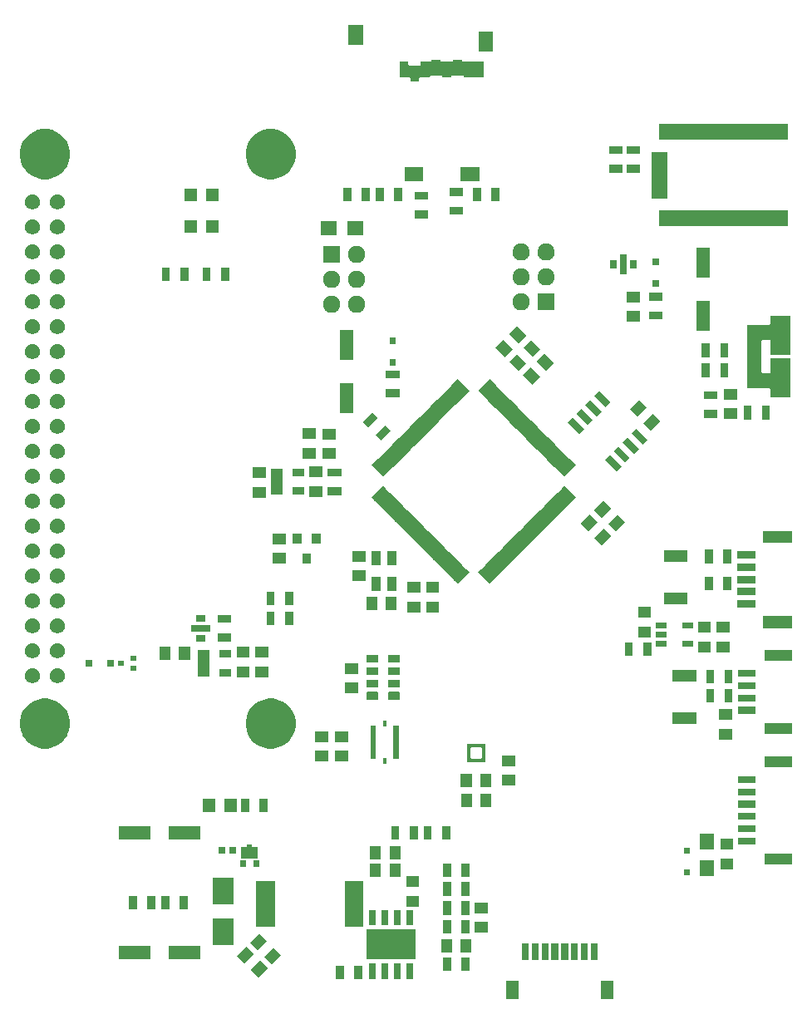
<source format=gbr>
G04 #@! TF.GenerationSoftware,KiCad,Pcbnew,(5.1.5)-3*
G04 #@! TF.CreationDate,2020-10-19T10:12:20-04:00*
G04 #@! TF.ProjectId,flight_computer,666c6967-6874-45f6-936f-6d7075746572,rev?*
G04 #@! TF.SameCoordinates,Original*
G04 #@! TF.FileFunction,Soldermask,Top*
G04 #@! TF.FilePolarity,Negative*
%FSLAX46Y46*%
G04 Gerber Fmt 4.6, Leading zero omitted, Abs format (unit mm)*
G04 Created by KiCad (PCBNEW (5.1.5)-3) date 2020-10-19 10:12:20*
%MOMM*%
%LPD*%
G04 APERTURE LIST*
%ADD10C,0.010000*%
%ADD11C,0.100000*%
%ADD12C,0.152400*%
G04 APERTURE END LIST*
D10*
G36*
X102984745Y-146042000D02*
G01*
X103486000Y-146042000D01*
X103486000Y-146643530D01*
X102984745Y-146643530D01*
X102984745Y-146042000D01*
G37*
X102984745Y-146042000D02*
X103486000Y-146042000D01*
X103486000Y-146643530D01*
X102984745Y-146643530D01*
X102984745Y-146042000D01*
G36*
X104286507Y-146042000D02*
G01*
X104786000Y-146042000D01*
X104786000Y-146643390D01*
X104286507Y-146643390D01*
X104286507Y-146042000D01*
G37*
X104286507Y-146042000D02*
X104786000Y-146042000D01*
X104786000Y-146643390D01*
X104286507Y-146643390D01*
X104286507Y-146042000D01*
D11*
G36*
X104736000Y-145892000D02*
G01*
X103036000Y-145892000D01*
X103036000Y-144692000D01*
X103636000Y-144692000D01*
X103636000Y-144442000D01*
X104136000Y-144442000D01*
X104136000Y-144692000D01*
X104736000Y-144692000D01*
X104736000Y-145892000D01*
G37*
D12*
X116839141Y-153425040D02*
X119843139Y-153425040D01*
X119843139Y-153425040D02*
X119852503Y-153425962D01*
X119852503Y-153425962D02*
X119861508Y-153428692D01*
X119861508Y-153428692D02*
X119869806Y-153433130D01*
X119869806Y-153433130D02*
X119877081Y-153439099D01*
X119877081Y-153439099D02*
X119883050Y-153446373D01*
X119883050Y-153446373D02*
X119887487Y-153454672D01*
X119887487Y-153454672D02*
X119890217Y-153463676D01*
X119890217Y-153463676D02*
X119891139Y-153473041D01*
X119891139Y-153473041D02*
X119891139Y-155777039D01*
X119891139Y-155777039D02*
X119890217Y-155786404D01*
X119890217Y-155786404D02*
X119887487Y-155795408D01*
X119887487Y-155795408D02*
X119883050Y-155803707D01*
X119883050Y-155803707D02*
X119877081Y-155810981D01*
X119877081Y-155810981D02*
X119869806Y-155816950D01*
X119869806Y-155816950D02*
X119861508Y-155821388D01*
X119861508Y-155821388D02*
X119852503Y-155824118D01*
X119852503Y-155824118D02*
X119843139Y-155825040D01*
X119843139Y-155825040D02*
X116839141Y-155825040D01*
X116839141Y-155825040D02*
X116829777Y-155824118D01*
X116829777Y-155824118D02*
X116820772Y-155821388D01*
X116820772Y-155821388D02*
X116812474Y-155816950D01*
X116812474Y-155816950D02*
X116805199Y-155810981D01*
X116805199Y-155810981D02*
X116799230Y-155803707D01*
X116799230Y-155803707D02*
X116794793Y-155795408D01*
X116794793Y-155795408D02*
X116792063Y-155786404D01*
X116792063Y-155786404D02*
X116791141Y-155777039D01*
X116791141Y-155777039D02*
X116791141Y-153473041D01*
X116791141Y-153473041D02*
X116792063Y-153463676D01*
X116792063Y-153463676D02*
X116794793Y-153454672D01*
X116794793Y-153454672D02*
X116799230Y-153446373D01*
X116799230Y-153446373D02*
X116805199Y-153439099D01*
X116805199Y-153439099D02*
X116812474Y-153433130D01*
X116812474Y-153433130D02*
X116820772Y-153428692D01*
X116820772Y-153428692D02*
X116829777Y-153425962D01*
X116829777Y-153425962D02*
X116839141Y-153425040D01*
X115871900Y-125231200D02*
X115871900Y-125840800D01*
X115871900Y-125840800D02*
X116964100Y-125840800D01*
X116964100Y-125840800D02*
X116964100Y-125231200D01*
X116964100Y-125231200D02*
X115871900Y-125231200D01*
X115871900Y-126481200D02*
X115871900Y-127090800D01*
X115871900Y-127090800D02*
X116964100Y-127090800D01*
X116964100Y-127090800D02*
X116964100Y-126481200D01*
X116964100Y-126481200D02*
X115871900Y-126481200D01*
X115871900Y-127731200D02*
X115871900Y-128340800D01*
X115871900Y-128340800D02*
X116964100Y-128340800D01*
X116964100Y-128340800D02*
X116964100Y-127731200D01*
X116964100Y-127731200D02*
X115871900Y-127731200D01*
X115871900Y-128981200D02*
X115871900Y-129590800D01*
X115871900Y-129590800D02*
X116964100Y-129590800D01*
X116964100Y-129590800D02*
X116964100Y-128981200D01*
X116964100Y-128981200D02*
X115871900Y-128981200D01*
X118071900Y-128981200D02*
X118071900Y-129590800D01*
X118071900Y-129590800D02*
X119164100Y-129590800D01*
X119164100Y-129590800D02*
X119164100Y-128981200D01*
X119164100Y-128981200D02*
X118071900Y-128981200D01*
X118071900Y-127731200D02*
X118071900Y-128340800D01*
X118071900Y-128340800D02*
X119164100Y-128340800D01*
X119164100Y-128340800D02*
X119164100Y-127731200D01*
X119164100Y-127731200D02*
X118071900Y-127731200D01*
X118071900Y-126481200D02*
X118071900Y-127090800D01*
X118071900Y-127090800D02*
X119164100Y-127090800D01*
X119164100Y-127090800D02*
X119164100Y-126481200D01*
X119164100Y-126481200D02*
X118071900Y-126481200D01*
X118071900Y-125231200D02*
X118071900Y-125840800D01*
X118071900Y-125840800D02*
X119164100Y-125840800D01*
X119164100Y-125840800D02*
X119164100Y-125231200D01*
X119164100Y-125231200D02*
X118071900Y-125231200D01*
D11*
G36*
X140960000Y-160198000D02*
G01*
X139658000Y-160198000D01*
X139658000Y-158296000D01*
X140960000Y-158296000D01*
X140960000Y-160198000D01*
G37*
G36*
X131360000Y-160198000D02*
G01*
X130058000Y-160198000D01*
X130058000Y-158296000D01*
X131360000Y-158296000D01*
X131360000Y-160198000D01*
G37*
G36*
X113497000Y-158181000D02*
G01*
X112695000Y-158181000D01*
X112695000Y-156779000D01*
X113497000Y-156779000D01*
X113497000Y-158181000D01*
G37*
G36*
X115397000Y-158181000D02*
G01*
X114595000Y-158181000D01*
X114595000Y-156779000D01*
X115397000Y-156779000D01*
X115397000Y-158181000D01*
G37*
G36*
X119327139Y-158126038D02*
G01*
X118625141Y-158126038D01*
X118625141Y-156574038D01*
X119327139Y-156574038D01*
X119327139Y-158126038D01*
G37*
G36*
X116787139Y-158126038D02*
G01*
X116085141Y-158126038D01*
X116085141Y-156574038D01*
X116787139Y-156574038D01*
X116787139Y-158126038D01*
G37*
G36*
X118057139Y-158126038D02*
G01*
X117355141Y-158126038D01*
X117355141Y-156574038D01*
X118057139Y-156574038D01*
X118057139Y-158126038D01*
G37*
G36*
X120597139Y-158126038D02*
G01*
X119895141Y-158126038D01*
X119895141Y-156574038D01*
X120597139Y-156574038D01*
X120597139Y-158126038D01*
G37*
G36*
X105786834Y-157027826D02*
G01*
X104830826Y-157983834D01*
X104051594Y-157204602D01*
X105007602Y-156248594D01*
X105786834Y-157027826D01*
G37*
G36*
X126319000Y-157355500D02*
G01*
X125517000Y-157355500D01*
X125517000Y-155953500D01*
X126319000Y-155953500D01*
X126319000Y-157355500D01*
G37*
G36*
X124419000Y-157355500D02*
G01*
X123617000Y-157355500D01*
X123617000Y-155953500D01*
X124419000Y-155953500D01*
X124419000Y-157355500D01*
G37*
G36*
X107111727Y-155685719D02*
G01*
X106155719Y-156641727D01*
X105376487Y-155862495D01*
X106332495Y-154906487D01*
X107111727Y-155685719D01*
G37*
G36*
X104372620Y-155613612D02*
G01*
X103416612Y-156569620D01*
X102637380Y-155790388D01*
X103593388Y-154834380D01*
X104372620Y-155613612D01*
G37*
G36*
X137360000Y-156198000D02*
G01*
X136658000Y-156198000D01*
X136658000Y-154546000D01*
X137360000Y-154546000D01*
X137360000Y-156198000D01*
G37*
G36*
X132360000Y-156198000D02*
G01*
X131658000Y-156198000D01*
X131658000Y-154546000D01*
X132360000Y-154546000D01*
X132360000Y-156198000D01*
G37*
G36*
X138360000Y-156198000D02*
G01*
X137658000Y-156198000D01*
X137658000Y-154546000D01*
X138360000Y-154546000D01*
X138360000Y-156198000D01*
G37*
G36*
X139360000Y-156198000D02*
G01*
X138658000Y-156198000D01*
X138658000Y-154546000D01*
X139360000Y-154546000D01*
X139360000Y-156198000D01*
G37*
G36*
X135360000Y-156198000D02*
G01*
X134658000Y-156198000D01*
X134658000Y-154546000D01*
X135360000Y-154546000D01*
X135360000Y-156198000D01*
G37*
G36*
X134360000Y-156198000D02*
G01*
X133658000Y-156198000D01*
X133658000Y-154546000D01*
X134360000Y-154546000D01*
X134360000Y-156198000D01*
G37*
G36*
X133360000Y-156198000D02*
G01*
X132658000Y-156198000D01*
X132658000Y-154546000D01*
X133360000Y-154546000D01*
X133360000Y-156198000D01*
G37*
G36*
X136360000Y-156198000D02*
G01*
X135658000Y-156198000D01*
X135658000Y-154546000D01*
X136360000Y-154546000D01*
X136360000Y-156198000D01*
G37*
G36*
X120842140Y-156151039D02*
G01*
X115840140Y-156151039D01*
X115840140Y-153099041D01*
X120842140Y-153099041D01*
X120842140Y-156151039D01*
G37*
G36*
X98895100Y-156108600D02*
G01*
X95694300Y-156108600D01*
X95694300Y-154787400D01*
X98895100Y-154787400D01*
X98895100Y-156108600D01*
G37*
G36*
X93789700Y-156108600D02*
G01*
X90588900Y-156108600D01*
X90588900Y-154787400D01*
X93789700Y-154787400D01*
X93789700Y-156108600D01*
G37*
G36*
X126519000Y-155425500D02*
G01*
X125417000Y-155425500D01*
X125417000Y-154073500D01*
X126519000Y-154073500D01*
X126519000Y-155425500D01*
G37*
G36*
X124519000Y-155425500D02*
G01*
X123417000Y-155425500D01*
X123417000Y-154073500D01*
X124519000Y-154073500D01*
X124519000Y-155425500D01*
G37*
G36*
X105697513Y-154271505D02*
G01*
X104741505Y-155227513D01*
X103962273Y-154448281D01*
X104918281Y-153492273D01*
X105697513Y-154271505D01*
G37*
G36*
X102285000Y-154723000D02*
G01*
X100153000Y-154723000D01*
X100153000Y-151971000D01*
X102285000Y-151971000D01*
X102285000Y-154723000D01*
G37*
G36*
X126319000Y-153545500D02*
G01*
X125517000Y-153545500D01*
X125517000Y-152143500D01*
X126319000Y-152143500D01*
X126319000Y-153545500D01*
G37*
G36*
X124419000Y-153545500D02*
G01*
X123617000Y-153545500D01*
X123617000Y-152143500D01*
X124419000Y-152143500D01*
X124419000Y-153545500D01*
G37*
G36*
X128184000Y-153443000D02*
G01*
X126832000Y-153443000D01*
X126832000Y-152341000D01*
X128184000Y-152341000D01*
X128184000Y-153443000D01*
G37*
G36*
X115505000Y-152846000D02*
G01*
X113603000Y-152846000D01*
X113603000Y-148144000D01*
X115505000Y-148144000D01*
X115505000Y-152846000D01*
G37*
G36*
X106505000Y-152846000D02*
G01*
X104603000Y-152846000D01*
X104603000Y-148144000D01*
X106505000Y-148144000D01*
X106505000Y-152846000D01*
G37*
G36*
X120597139Y-152676039D02*
G01*
X119895141Y-152676039D01*
X119895141Y-151124039D01*
X120597139Y-151124039D01*
X120597139Y-152676039D01*
G37*
G36*
X118057139Y-152676039D02*
G01*
X117355141Y-152676039D01*
X117355141Y-151124039D01*
X118057139Y-151124039D01*
X118057139Y-152676039D01*
G37*
G36*
X116787139Y-152676039D02*
G01*
X116085141Y-152676039D01*
X116085141Y-151124039D01*
X116787139Y-151124039D01*
X116787139Y-152676039D01*
G37*
G36*
X119327139Y-152676039D02*
G01*
X118625141Y-152676039D01*
X118625141Y-151124039D01*
X119327139Y-151124039D01*
X119327139Y-152676039D01*
G37*
G36*
X124419000Y-151627800D02*
G01*
X123617000Y-151627800D01*
X123617000Y-150225800D01*
X124419000Y-150225800D01*
X124419000Y-151627800D01*
G37*
G36*
X126319000Y-151627800D02*
G01*
X125517000Y-151627800D01*
X125517000Y-150225800D01*
X126319000Y-150225800D01*
X126319000Y-151627800D01*
G37*
G36*
X128184000Y-151443000D02*
G01*
X126832000Y-151443000D01*
X126832000Y-150341000D01*
X128184000Y-150341000D01*
X128184000Y-151443000D01*
G37*
G36*
X97617000Y-151069000D02*
G01*
X96815000Y-151069000D01*
X96815000Y-149667000D01*
X97617000Y-149667000D01*
X97617000Y-151069000D01*
G37*
G36*
X95717000Y-151069000D02*
G01*
X94915000Y-151069000D01*
X94915000Y-149667000D01*
X95717000Y-149667000D01*
X95717000Y-151069000D01*
G37*
G36*
X94315000Y-151069000D02*
G01*
X93513000Y-151069000D01*
X93513000Y-149667000D01*
X94315000Y-149667000D01*
X94315000Y-151069000D01*
G37*
G36*
X92415000Y-151069000D02*
G01*
X91613000Y-151069000D01*
X91613000Y-149667000D01*
X92415000Y-149667000D01*
X92415000Y-151069000D01*
G37*
G36*
X121199000Y-150776000D02*
G01*
X119847000Y-150776000D01*
X119847000Y-149674000D01*
X121199000Y-149674000D01*
X121199000Y-150776000D01*
G37*
G36*
X102285000Y-150543000D02*
G01*
X100153000Y-150543000D01*
X100153000Y-147791000D01*
X102285000Y-147791000D01*
X102285000Y-150543000D01*
G37*
G36*
X124419000Y-149697400D02*
G01*
X123617000Y-149697400D01*
X123617000Y-148295400D01*
X124419000Y-148295400D01*
X124419000Y-149697400D01*
G37*
G36*
X126319000Y-149697400D02*
G01*
X125517000Y-149697400D01*
X125517000Y-148295400D01*
X126319000Y-148295400D01*
X126319000Y-149697400D01*
G37*
G36*
X121199000Y-148776000D02*
G01*
X119847000Y-148776000D01*
X119847000Y-147674000D01*
X121199000Y-147674000D01*
X121199000Y-148776000D01*
G37*
G36*
X126319000Y-147767000D02*
G01*
X125517000Y-147767000D01*
X125517000Y-146365000D01*
X126319000Y-146365000D01*
X126319000Y-147767000D01*
G37*
G36*
X124419000Y-147767000D02*
G01*
X123617000Y-147767000D01*
X123617000Y-146365000D01*
X124419000Y-146365000D01*
X124419000Y-147767000D01*
G37*
G36*
X119280000Y-147742000D02*
G01*
X118178000Y-147742000D01*
X118178000Y-146390000D01*
X119280000Y-146390000D01*
X119280000Y-147742000D01*
G37*
G36*
X117280000Y-147742000D02*
G01*
X116178000Y-147742000D01*
X116178000Y-146390000D01*
X117280000Y-146390000D01*
X117280000Y-147742000D01*
G37*
G36*
X151196000Y-147646000D02*
G01*
X149794000Y-147646000D01*
X149794000Y-146044000D01*
X151196000Y-146044000D01*
X151196000Y-147646000D01*
G37*
G36*
X148764000Y-147578000D02*
G01*
X148162000Y-147578000D01*
X148162000Y-146976000D01*
X148764000Y-146976000D01*
X148764000Y-147578000D01*
G37*
G36*
X153203000Y-146966000D02*
G01*
X151851000Y-146966000D01*
X151851000Y-145864000D01*
X153203000Y-145864000D01*
X153203000Y-146966000D01*
G37*
G36*
X159190000Y-146496000D02*
G01*
X156388000Y-146496000D01*
X156388000Y-145394000D01*
X159190000Y-145394000D01*
X159190000Y-146496000D01*
G37*
G36*
X117280000Y-145964000D02*
G01*
X116178000Y-145964000D01*
X116178000Y-144612000D01*
X117280000Y-144612000D01*
X117280000Y-145964000D01*
G37*
G36*
X119280000Y-145964000D02*
G01*
X118178000Y-145964000D01*
X118178000Y-144612000D01*
X119280000Y-144612000D01*
X119280000Y-145964000D01*
G37*
G36*
X104737000Y-145839000D02*
G01*
X103035000Y-145839000D01*
X103035000Y-144737000D01*
X104737000Y-144737000D01*
X104737000Y-145839000D01*
G37*
G36*
X148764000Y-145378000D02*
G01*
X148162000Y-145378000D01*
X148162000Y-144776000D01*
X148764000Y-144776000D01*
X148764000Y-145378000D01*
G37*
G36*
X102543000Y-145335000D02*
G01*
X101841000Y-145335000D01*
X101841000Y-144733000D01*
X102543000Y-144733000D01*
X102543000Y-145335000D01*
G37*
G36*
X101443000Y-145335000D02*
G01*
X100741000Y-145335000D01*
X100741000Y-144733000D01*
X101443000Y-144733000D01*
X101443000Y-145335000D01*
G37*
G36*
X153203000Y-144966000D02*
G01*
X151851000Y-144966000D01*
X151851000Y-143864000D01*
X153203000Y-143864000D01*
X153203000Y-144966000D01*
G37*
G36*
X151196000Y-144946000D02*
G01*
X149794000Y-144946000D01*
X149794000Y-143344000D01*
X151196000Y-143344000D01*
X151196000Y-144946000D01*
G37*
G36*
X155490000Y-144446000D02*
G01*
X153688000Y-144446000D01*
X153688000Y-143744000D01*
X155490000Y-143744000D01*
X155490000Y-144446000D01*
G37*
G36*
X124355540Y-143969700D02*
G01*
X123553540Y-143969700D01*
X123553540Y-142567700D01*
X124355540Y-142567700D01*
X124355540Y-143969700D01*
G37*
G36*
X122455540Y-143969700D02*
G01*
X121653540Y-143969700D01*
X121653540Y-142567700D01*
X122455540Y-142567700D01*
X122455540Y-143969700D01*
G37*
G36*
X119151000Y-143957000D02*
G01*
X118349000Y-143957000D01*
X118349000Y-142555000D01*
X119151000Y-142555000D01*
X119151000Y-143957000D01*
G37*
G36*
X121051000Y-143957000D02*
G01*
X120249000Y-143957000D01*
X120249000Y-142555000D01*
X121051000Y-142555000D01*
X121051000Y-143957000D01*
G37*
G36*
X98895100Y-143916600D02*
G01*
X95694300Y-143916600D01*
X95694300Y-142595400D01*
X98895100Y-142595400D01*
X98895100Y-143916600D01*
G37*
G36*
X93789700Y-143916600D02*
G01*
X90588900Y-143916600D01*
X90588900Y-142595400D01*
X93789700Y-142595400D01*
X93789700Y-143916600D01*
G37*
G36*
X155490000Y-143196000D02*
G01*
X153688000Y-143196000D01*
X153688000Y-142494000D01*
X155490000Y-142494000D01*
X155490000Y-143196000D01*
G37*
G36*
X155490000Y-141946000D02*
G01*
X153688000Y-141946000D01*
X153688000Y-141244000D01*
X155490000Y-141244000D01*
X155490000Y-141946000D01*
G37*
G36*
X105745000Y-141163000D02*
G01*
X104943000Y-141163000D01*
X104943000Y-139761000D01*
X105745000Y-139761000D01*
X105745000Y-141163000D01*
G37*
G36*
X103845000Y-141163000D02*
G01*
X103043000Y-141163000D01*
X103043000Y-139761000D01*
X103845000Y-139761000D01*
X103845000Y-141163000D01*
G37*
G36*
X100452500Y-141113000D02*
G01*
X99150500Y-141113000D01*
X99150500Y-139811000D01*
X100452500Y-139811000D01*
X100452500Y-141113000D01*
G37*
G36*
X102652500Y-141113000D02*
G01*
X101350500Y-141113000D01*
X101350500Y-139811000D01*
X102652500Y-139811000D01*
X102652500Y-141113000D01*
G37*
G36*
X155490000Y-140696000D02*
G01*
X153688000Y-140696000D01*
X153688000Y-139994000D01*
X155490000Y-139994000D01*
X155490000Y-140696000D01*
G37*
G36*
X128551000Y-140630000D02*
G01*
X127449000Y-140630000D01*
X127449000Y-139278000D01*
X128551000Y-139278000D01*
X128551000Y-140630000D01*
G37*
G36*
X126551000Y-140630000D02*
G01*
X125449000Y-140630000D01*
X125449000Y-139278000D01*
X126551000Y-139278000D01*
X126551000Y-140630000D01*
G37*
G36*
X155490000Y-139446000D02*
G01*
X153688000Y-139446000D01*
X153688000Y-138744000D01*
X155490000Y-138744000D01*
X155490000Y-139446000D01*
G37*
G36*
X128535000Y-138598000D02*
G01*
X127433000Y-138598000D01*
X127433000Y-137246000D01*
X128535000Y-137246000D01*
X128535000Y-138598000D01*
G37*
G36*
X126535000Y-138598000D02*
G01*
X125433000Y-138598000D01*
X125433000Y-137246000D01*
X126535000Y-137246000D01*
X126535000Y-138598000D01*
G37*
G36*
X130978000Y-138473000D02*
G01*
X129626000Y-138473000D01*
X129626000Y-137371000D01*
X130978000Y-137371000D01*
X130978000Y-138473000D01*
G37*
G36*
X155490000Y-138196000D02*
G01*
X153688000Y-138196000D01*
X153688000Y-137494000D01*
X155490000Y-137494000D01*
X155490000Y-138196000D01*
G37*
G36*
X159190000Y-136546000D02*
G01*
X156388000Y-136546000D01*
X156388000Y-135444000D01*
X159190000Y-135444000D01*
X159190000Y-136546000D01*
G37*
G36*
X130978000Y-136473000D02*
G01*
X129626000Y-136473000D01*
X129626000Y-135371000D01*
X130978000Y-135371000D01*
X130978000Y-136473000D01*
G37*
G36*
X117835880Y-136247020D02*
G01*
X117479880Y-136247020D01*
X117479880Y-135662420D01*
X117835880Y-135662420D01*
X117835880Y-136247020D01*
G37*
G36*
X127938501Y-136054001D02*
G01*
X126061499Y-136054001D01*
X126061499Y-134678998D01*
X126438499Y-134678998D01*
X126438499Y-135577002D01*
X126440901Y-135601388D01*
X126448014Y-135624837D01*
X126459565Y-135646448D01*
X126475110Y-135665390D01*
X126494052Y-135680935D01*
X126515663Y-135692486D01*
X126539112Y-135699599D01*
X126563498Y-135702001D01*
X127436502Y-135702001D01*
X127460888Y-135699599D01*
X127484337Y-135692486D01*
X127505948Y-135680935D01*
X127524890Y-135665390D01*
X127540435Y-135646448D01*
X127551986Y-135624837D01*
X127559099Y-135601388D01*
X127561501Y-135577002D01*
X127561501Y-134678998D01*
X127559099Y-134654612D01*
X127551986Y-134631163D01*
X127540435Y-134609552D01*
X127524890Y-134590610D01*
X127505948Y-134575065D01*
X127484337Y-134563514D01*
X127460888Y-134556401D01*
X127436502Y-134553999D01*
X126563498Y-134553999D01*
X126539112Y-134556401D01*
X126515663Y-134563514D01*
X126494052Y-134575065D01*
X126475110Y-134590610D01*
X126459565Y-134609552D01*
X126448014Y-134631163D01*
X126440901Y-134654612D01*
X126438499Y-134678998D01*
X126061499Y-134678998D01*
X126061499Y-134201999D01*
X127938501Y-134201999D01*
X127938501Y-136054001D01*
G37*
G36*
X113960000Y-136018600D02*
G01*
X112608000Y-136018600D01*
X112608000Y-134916600D01*
X113960000Y-134916600D01*
X113960000Y-136018600D01*
G37*
G36*
X111928000Y-136018600D02*
G01*
X110576000Y-136018600D01*
X110576000Y-134916600D01*
X111928000Y-134916600D01*
X111928000Y-136018600D01*
G37*
G36*
X116794480Y-135721420D02*
G01*
X116209880Y-135721420D01*
X116209880Y-132365420D01*
X116794480Y-132365420D01*
X116794480Y-135721420D01*
G37*
G36*
X119105880Y-135721420D02*
G01*
X118521280Y-135721420D01*
X118521280Y-132365420D01*
X119105880Y-132365420D01*
X119105880Y-135721420D01*
G37*
G36*
X106802098Y-129671033D02*
G01*
X107266350Y-129863332D01*
X107266352Y-129863333D01*
X107684168Y-130142509D01*
X108039491Y-130497832D01*
X108318667Y-130915648D01*
X108318668Y-130915650D01*
X108510967Y-131379902D01*
X108609000Y-131872747D01*
X108609000Y-132375253D01*
X108510967Y-132868098D01*
X108381359Y-133181000D01*
X108318667Y-133332352D01*
X108039491Y-133750168D01*
X107684168Y-134105491D01*
X107266352Y-134384667D01*
X107266351Y-134384668D01*
X107266350Y-134384668D01*
X106802098Y-134576967D01*
X106309253Y-134675000D01*
X105806747Y-134675000D01*
X105313902Y-134576967D01*
X104849650Y-134384668D01*
X104849649Y-134384668D01*
X104849648Y-134384667D01*
X104431832Y-134105491D01*
X104076509Y-133750168D01*
X103797333Y-133332352D01*
X103734641Y-133181000D01*
X103605033Y-132868098D01*
X103507000Y-132375253D01*
X103507000Y-131872747D01*
X103605033Y-131379902D01*
X103797332Y-130915650D01*
X103797333Y-130915648D01*
X104076509Y-130497832D01*
X104431832Y-130142509D01*
X104849648Y-129863333D01*
X104849650Y-129863332D01*
X105313902Y-129671033D01*
X105806747Y-129573000D01*
X106309253Y-129573000D01*
X106802098Y-129671033D01*
G37*
G36*
X83802098Y-129671033D02*
G01*
X84266350Y-129863332D01*
X84266352Y-129863333D01*
X84684168Y-130142509D01*
X85039491Y-130497832D01*
X85318667Y-130915648D01*
X85318668Y-130915650D01*
X85510967Y-131379902D01*
X85609000Y-131872747D01*
X85609000Y-132375253D01*
X85510967Y-132868098D01*
X85381359Y-133181000D01*
X85318667Y-133332352D01*
X85039491Y-133750168D01*
X84684168Y-134105491D01*
X84266352Y-134384667D01*
X84266351Y-134384668D01*
X84266350Y-134384668D01*
X83802098Y-134576967D01*
X83309253Y-134675000D01*
X82806747Y-134675000D01*
X82313902Y-134576967D01*
X81849650Y-134384668D01*
X81849649Y-134384668D01*
X81849648Y-134384667D01*
X81431832Y-134105491D01*
X81076509Y-133750168D01*
X80797333Y-133332352D01*
X80734641Y-133181000D01*
X80605033Y-132868098D01*
X80507000Y-132375253D01*
X80507000Y-131872747D01*
X80605033Y-131379902D01*
X80797332Y-130915650D01*
X80797333Y-130915648D01*
X81076509Y-130497832D01*
X81431832Y-130142509D01*
X81849648Y-129863333D01*
X81849650Y-129863332D01*
X82313902Y-129671033D01*
X82806747Y-129573000D01*
X83309253Y-129573000D01*
X83802098Y-129671033D01*
G37*
G36*
X111928000Y-134018600D02*
G01*
X110576000Y-134018600D01*
X110576000Y-132916600D01*
X111928000Y-132916600D01*
X111928000Y-134018600D01*
G37*
G36*
X113960000Y-134018600D02*
G01*
X112608000Y-134018600D01*
X112608000Y-132916600D01*
X113960000Y-132916600D01*
X113960000Y-134018600D01*
G37*
G36*
X153076000Y-133758000D02*
G01*
X151724000Y-133758000D01*
X151724000Y-132656000D01*
X153076000Y-132656000D01*
X153076000Y-133758000D01*
G37*
G36*
X159171000Y-133181000D02*
G01*
X156369000Y-133181000D01*
X156369000Y-132079000D01*
X159171000Y-132079000D01*
X159171000Y-133181000D01*
G37*
G36*
X117835880Y-132424420D02*
G01*
X117479880Y-132424420D01*
X117479880Y-131839820D01*
X117835880Y-131839820D01*
X117835880Y-132424420D01*
G37*
G36*
X149435000Y-132164000D02*
G01*
X146983000Y-132164000D01*
X146983000Y-130962000D01*
X149435000Y-130962000D01*
X149435000Y-132164000D01*
G37*
G36*
X153076000Y-131758000D02*
G01*
X151724000Y-131758000D01*
X151724000Y-130656000D01*
X153076000Y-130656000D01*
X153076000Y-131758000D01*
G37*
G36*
X155471000Y-131131000D02*
G01*
X153669000Y-131131000D01*
X153669000Y-130429000D01*
X155471000Y-130429000D01*
X155471000Y-131131000D01*
G37*
G36*
X151216000Y-129987000D02*
G01*
X150414000Y-129987000D01*
X150414000Y-128585000D01*
X151216000Y-128585000D01*
X151216000Y-129987000D01*
G37*
G36*
X153116000Y-129987000D02*
G01*
X152314000Y-129987000D01*
X152314000Y-128585000D01*
X153116000Y-128585000D01*
X153116000Y-129987000D01*
G37*
G36*
X155471000Y-129881000D02*
G01*
X153669000Y-129881000D01*
X153669000Y-129179000D01*
X155471000Y-129179000D01*
X155471000Y-129881000D01*
G37*
G36*
X117015100Y-129641800D02*
G01*
X115820900Y-129641800D01*
X115820900Y-128930200D01*
X117015100Y-128930200D01*
X117015100Y-129641800D01*
G37*
G36*
X119215100Y-129641800D02*
G01*
X118020900Y-129641800D01*
X118020900Y-128930200D01*
X119215100Y-128930200D01*
X119215100Y-129641800D01*
G37*
G36*
X114976000Y-129059000D02*
G01*
X113624000Y-129059000D01*
X113624000Y-127957000D01*
X114976000Y-127957000D01*
X114976000Y-129059000D01*
G37*
G36*
X155471000Y-128631000D02*
G01*
X153669000Y-128631000D01*
X153669000Y-127929000D01*
X155471000Y-127929000D01*
X155471000Y-128631000D01*
G37*
G36*
X117015100Y-128391800D02*
G01*
X115820900Y-128391800D01*
X115820900Y-127680200D01*
X117015100Y-127680200D01*
X117015100Y-128391800D01*
G37*
G36*
X119215100Y-128391800D02*
G01*
X118020900Y-128391800D01*
X118020900Y-127680200D01*
X119215100Y-127680200D01*
X119215100Y-128391800D01*
G37*
G36*
X151216000Y-128056600D02*
G01*
X150414000Y-128056600D01*
X150414000Y-126654600D01*
X151216000Y-126654600D01*
X151216000Y-128056600D01*
G37*
G36*
X153116000Y-128056600D02*
G01*
X152314000Y-128056600D01*
X152314000Y-126654600D01*
X153116000Y-126654600D01*
X153116000Y-128056600D01*
G37*
G36*
X84422425Y-126508599D02*
G01*
X84546621Y-126533302D01*
X84683022Y-126589801D01*
X84805779Y-126671825D01*
X84910175Y-126776221D01*
X84992199Y-126898978D01*
X85048698Y-127035379D01*
X85077500Y-127180181D01*
X85077500Y-127327819D01*
X85048698Y-127472621D01*
X84992199Y-127609022D01*
X84910175Y-127731779D01*
X84805779Y-127836175D01*
X84683022Y-127918199D01*
X84546621Y-127974698D01*
X84422425Y-127999401D01*
X84401820Y-128003500D01*
X84254180Y-128003500D01*
X84233575Y-127999401D01*
X84109379Y-127974698D01*
X83972978Y-127918199D01*
X83850221Y-127836175D01*
X83745825Y-127731779D01*
X83663801Y-127609022D01*
X83607302Y-127472621D01*
X83578500Y-127327819D01*
X83578500Y-127180181D01*
X83607302Y-127035379D01*
X83663801Y-126898978D01*
X83745825Y-126776221D01*
X83850221Y-126671825D01*
X83972978Y-126589801D01*
X84109379Y-126533302D01*
X84233575Y-126508599D01*
X84254180Y-126504500D01*
X84401820Y-126504500D01*
X84422425Y-126508599D01*
G37*
G36*
X81882425Y-126508599D02*
G01*
X82006621Y-126533302D01*
X82143022Y-126589801D01*
X82265779Y-126671825D01*
X82370175Y-126776221D01*
X82452199Y-126898978D01*
X82508698Y-127035379D01*
X82537500Y-127180181D01*
X82537500Y-127327819D01*
X82508698Y-127472621D01*
X82452199Y-127609022D01*
X82370175Y-127731779D01*
X82265779Y-127836175D01*
X82143022Y-127918199D01*
X82006621Y-127974698D01*
X81882425Y-127999401D01*
X81861820Y-128003500D01*
X81714180Y-128003500D01*
X81693575Y-127999401D01*
X81569379Y-127974698D01*
X81432978Y-127918199D01*
X81310221Y-127836175D01*
X81205825Y-127731779D01*
X81123801Y-127609022D01*
X81067302Y-127472621D01*
X81038500Y-127327819D01*
X81038500Y-127180181D01*
X81067302Y-127035379D01*
X81123801Y-126898978D01*
X81205825Y-126776221D01*
X81310221Y-126671825D01*
X81432978Y-126589801D01*
X81569379Y-126533302D01*
X81693575Y-126508599D01*
X81714180Y-126504500D01*
X81861820Y-126504500D01*
X81882425Y-126508599D01*
G37*
G36*
X149435000Y-127864000D02*
G01*
X146983000Y-127864000D01*
X146983000Y-126662000D01*
X149435000Y-126662000D01*
X149435000Y-127864000D01*
G37*
G36*
X103927000Y-127408000D02*
G01*
X102575000Y-127408000D01*
X102575000Y-126306000D01*
X103927000Y-126306000D01*
X103927000Y-127408000D01*
G37*
G36*
X105832000Y-127408000D02*
G01*
X104480000Y-127408000D01*
X104480000Y-126306000D01*
X105832000Y-126306000D01*
X105832000Y-127408000D01*
G37*
G36*
X155471000Y-127381000D02*
G01*
X153669000Y-127381000D01*
X153669000Y-126679000D01*
X155471000Y-126679000D01*
X155471000Y-127381000D01*
G37*
G36*
X99811000Y-127310000D02*
G01*
X98649000Y-127310000D01*
X98649000Y-124658000D01*
X99811000Y-124658000D01*
X99811000Y-127310000D01*
G37*
G36*
X102011000Y-127310000D02*
G01*
X100849000Y-127310000D01*
X100849000Y-126558000D01*
X102011000Y-126558000D01*
X102011000Y-127310000D01*
G37*
G36*
X117015100Y-127141800D02*
G01*
X115820900Y-127141800D01*
X115820900Y-126430200D01*
X117015100Y-126430200D01*
X117015100Y-127141800D01*
G37*
G36*
X119215100Y-127141800D02*
G01*
X118020900Y-127141800D01*
X118020900Y-126430200D01*
X119215100Y-126430200D01*
X119215100Y-127141800D01*
G37*
G36*
X114976000Y-127059000D02*
G01*
X113624000Y-127059000D01*
X113624000Y-125957000D01*
X114976000Y-125957000D01*
X114976000Y-127059000D01*
G37*
G36*
X92392700Y-126708100D02*
G01*
X91782700Y-126708100D01*
X91782700Y-126250500D01*
X92392700Y-126250500D01*
X92392700Y-126708100D01*
G37*
G36*
X90047000Y-126285000D02*
G01*
X89445000Y-126285000D01*
X89445000Y-125683000D01*
X90047000Y-125683000D01*
X90047000Y-126285000D01*
G37*
G36*
X87847000Y-126285000D02*
G01*
X87245000Y-126285000D01*
X87245000Y-125683000D01*
X87847000Y-125683000D01*
X87847000Y-126285000D01*
G37*
G36*
X91097300Y-126212800D02*
G01*
X90487300Y-126212800D01*
X90487300Y-125755200D01*
X91097300Y-125755200D01*
X91097300Y-126212800D01*
G37*
G36*
X117015100Y-125891800D02*
G01*
X115820900Y-125891800D01*
X115820900Y-125180200D01*
X117015100Y-125180200D01*
X117015100Y-125891800D01*
G37*
G36*
X119215100Y-125891800D02*
G01*
X118020900Y-125891800D01*
X118020900Y-125180200D01*
X119215100Y-125180200D01*
X119215100Y-125891800D01*
G37*
G36*
X159171000Y-125731000D02*
G01*
X156369000Y-125731000D01*
X156369000Y-124629000D01*
X159171000Y-124629000D01*
X159171000Y-125731000D01*
G37*
G36*
X92392700Y-125717500D02*
G01*
X91782700Y-125717500D01*
X91782700Y-125259900D01*
X92392700Y-125259900D01*
X92392700Y-125717500D01*
G37*
G36*
X95833000Y-125644000D02*
G01*
X94731000Y-125644000D01*
X94731000Y-124292000D01*
X95833000Y-124292000D01*
X95833000Y-125644000D01*
G37*
G36*
X97833000Y-125644000D02*
G01*
X96731000Y-125644000D01*
X96731000Y-124292000D01*
X97833000Y-124292000D01*
X97833000Y-125644000D01*
G37*
G36*
X84422425Y-123968599D02*
G01*
X84546621Y-123993302D01*
X84683022Y-124049801D01*
X84805779Y-124131825D01*
X84910175Y-124236221D01*
X84992199Y-124358978D01*
X85048698Y-124495379D01*
X85077500Y-124640181D01*
X85077500Y-124787819D01*
X85048698Y-124932621D01*
X84992199Y-125069022D01*
X84910175Y-125191779D01*
X84805779Y-125296175D01*
X84683022Y-125378199D01*
X84546621Y-125434698D01*
X84422425Y-125459401D01*
X84401820Y-125463500D01*
X84254180Y-125463500D01*
X84233575Y-125459401D01*
X84109379Y-125434698D01*
X83972978Y-125378199D01*
X83850221Y-125296175D01*
X83745825Y-125191779D01*
X83663801Y-125069022D01*
X83607302Y-124932621D01*
X83578500Y-124787819D01*
X83578500Y-124640181D01*
X83607302Y-124495379D01*
X83663801Y-124358978D01*
X83745825Y-124236221D01*
X83850221Y-124131825D01*
X83972978Y-124049801D01*
X84109379Y-123993302D01*
X84233575Y-123968599D01*
X84254180Y-123964500D01*
X84401820Y-123964500D01*
X84422425Y-123968599D01*
G37*
G36*
X81882425Y-123968599D02*
G01*
X82006621Y-123993302D01*
X82143022Y-124049801D01*
X82265779Y-124131825D01*
X82370175Y-124236221D01*
X82452199Y-124358978D01*
X82508698Y-124495379D01*
X82537500Y-124640181D01*
X82537500Y-124787819D01*
X82508698Y-124932621D01*
X82452199Y-125069022D01*
X82370175Y-125191779D01*
X82265779Y-125296175D01*
X82143022Y-125378199D01*
X82006621Y-125434698D01*
X81882425Y-125459401D01*
X81861820Y-125463500D01*
X81714180Y-125463500D01*
X81693575Y-125459401D01*
X81569379Y-125434698D01*
X81432978Y-125378199D01*
X81310221Y-125296175D01*
X81205825Y-125191779D01*
X81123801Y-125069022D01*
X81067302Y-124932621D01*
X81038500Y-124787819D01*
X81038500Y-124640181D01*
X81067302Y-124495379D01*
X81123801Y-124358978D01*
X81205825Y-124236221D01*
X81310221Y-124131825D01*
X81432978Y-124049801D01*
X81569379Y-123993302D01*
X81693575Y-123968599D01*
X81714180Y-123964500D01*
X81861820Y-123964500D01*
X81882425Y-123968599D01*
G37*
G36*
X102011000Y-125410000D02*
G01*
X100849000Y-125410000D01*
X100849000Y-124658000D01*
X102011000Y-124658000D01*
X102011000Y-125410000D01*
G37*
G36*
X103927000Y-125408000D02*
G01*
X102575000Y-125408000D01*
X102575000Y-124306000D01*
X103927000Y-124306000D01*
X103927000Y-125408000D01*
G37*
G36*
X105832000Y-125408000D02*
G01*
X104480000Y-125408000D01*
X104480000Y-124306000D01*
X105832000Y-124306000D01*
X105832000Y-125408000D01*
G37*
G36*
X142935600Y-125237200D02*
G01*
X142133600Y-125237200D01*
X142133600Y-123835200D01*
X142935600Y-123835200D01*
X142935600Y-125237200D01*
G37*
G36*
X144835600Y-125237200D02*
G01*
X144033600Y-125237200D01*
X144033600Y-123835200D01*
X144835600Y-123835200D01*
X144835600Y-125237200D01*
G37*
G36*
X150917000Y-124868000D02*
G01*
X149565000Y-124868000D01*
X149565000Y-123766000D01*
X150917000Y-123766000D01*
X150917000Y-124868000D01*
G37*
G36*
X152822000Y-124868000D02*
G01*
X151470000Y-124868000D01*
X151470000Y-123766000D01*
X152822000Y-123766000D01*
X152822000Y-124868000D01*
G37*
G36*
X146394000Y-124314001D02*
G01*
X145286402Y-124314001D01*
X145286402Y-123712001D01*
X146394000Y-123712001D01*
X146394000Y-124314001D01*
G37*
G36*
X149099598Y-124314001D02*
G01*
X147992000Y-124314001D01*
X147992000Y-123712001D01*
X149099598Y-123712001D01*
X149099598Y-124314001D01*
G37*
G36*
X102047000Y-123779000D02*
G01*
X100645000Y-123779000D01*
X100645000Y-122977000D01*
X102047000Y-122977000D01*
X102047000Y-123779000D01*
G37*
G36*
X99384000Y-123779000D02*
G01*
X98482000Y-123779000D01*
X98482000Y-123077000D01*
X99384000Y-123077000D01*
X99384000Y-123779000D01*
G37*
G36*
X146394000Y-123364000D02*
G01*
X145286402Y-123364000D01*
X145286402Y-122762000D01*
X146394000Y-122762000D01*
X146394000Y-123364000D01*
G37*
G36*
X144821000Y-123344000D02*
G01*
X143469000Y-123344000D01*
X143469000Y-122242000D01*
X144821000Y-122242000D01*
X144821000Y-123344000D01*
G37*
G36*
X81882425Y-121428599D02*
G01*
X82006621Y-121453302D01*
X82143022Y-121509801D01*
X82265779Y-121591825D01*
X82370175Y-121696221D01*
X82452199Y-121818978D01*
X82508698Y-121955379D01*
X82537500Y-122100181D01*
X82537500Y-122247819D01*
X82508698Y-122392621D01*
X82452199Y-122529022D01*
X82370175Y-122651779D01*
X82265779Y-122756175D01*
X82143022Y-122838199D01*
X82006621Y-122894698D01*
X81882425Y-122919401D01*
X81861820Y-122923500D01*
X81714180Y-122923500D01*
X81693575Y-122919401D01*
X81569379Y-122894698D01*
X81432978Y-122838199D01*
X81310221Y-122756175D01*
X81205825Y-122651779D01*
X81123801Y-122529022D01*
X81067302Y-122392621D01*
X81038500Y-122247819D01*
X81038500Y-122100181D01*
X81067302Y-121955379D01*
X81123801Y-121818978D01*
X81205825Y-121696221D01*
X81310221Y-121591825D01*
X81432978Y-121509801D01*
X81569379Y-121453302D01*
X81693575Y-121428599D01*
X81714180Y-121424500D01*
X81861820Y-121424500D01*
X81882425Y-121428599D01*
G37*
G36*
X84422425Y-121428599D02*
G01*
X84546621Y-121453302D01*
X84683022Y-121509801D01*
X84805779Y-121591825D01*
X84910175Y-121696221D01*
X84992199Y-121818978D01*
X85048698Y-121955379D01*
X85077500Y-122100181D01*
X85077500Y-122247819D01*
X85048698Y-122392621D01*
X84992199Y-122529022D01*
X84910175Y-122651779D01*
X84805779Y-122756175D01*
X84683022Y-122838199D01*
X84546621Y-122894698D01*
X84422425Y-122919401D01*
X84401820Y-122923500D01*
X84254180Y-122923500D01*
X84233575Y-122919401D01*
X84109379Y-122894698D01*
X83972978Y-122838199D01*
X83850221Y-122756175D01*
X83745825Y-122651779D01*
X83663801Y-122529022D01*
X83607302Y-122392621D01*
X83578500Y-122247819D01*
X83578500Y-122100181D01*
X83607302Y-121955379D01*
X83663801Y-121818978D01*
X83745825Y-121696221D01*
X83850221Y-121591825D01*
X83972978Y-121509801D01*
X84109379Y-121453302D01*
X84233575Y-121428599D01*
X84254180Y-121424500D01*
X84401820Y-121424500D01*
X84422425Y-121428599D01*
G37*
G36*
X152822000Y-122868000D02*
G01*
X151470000Y-122868000D01*
X151470000Y-121766000D01*
X152822000Y-121766000D01*
X152822000Y-122868000D01*
G37*
G36*
X150917000Y-122868000D02*
G01*
X149565000Y-122868000D01*
X149565000Y-121766000D01*
X150917000Y-121766000D01*
X150917000Y-122868000D01*
G37*
G36*
X99934000Y-122779000D02*
G01*
X97932000Y-122779000D01*
X97932000Y-122077000D01*
X99934000Y-122077000D01*
X99934000Y-122779000D01*
G37*
G36*
X146394000Y-122413999D02*
G01*
X145286402Y-122413999D01*
X145286402Y-121811999D01*
X146394000Y-121811999D01*
X146394000Y-122413999D01*
G37*
G36*
X149099598Y-122413999D02*
G01*
X147992000Y-122413999D01*
X147992000Y-121811999D01*
X149099598Y-121811999D01*
X149099598Y-122413999D01*
G37*
G36*
X159215202Y-122396701D02*
G01*
X156233204Y-122396701D01*
X156233204Y-121202501D01*
X159215202Y-121202501D01*
X159215202Y-122396701D01*
G37*
G36*
X108351000Y-122113000D02*
G01*
X107549000Y-122113000D01*
X107549000Y-120711000D01*
X108351000Y-120711000D01*
X108351000Y-122113000D01*
G37*
G36*
X106451000Y-122113000D02*
G01*
X105649000Y-122113000D01*
X105649000Y-120711000D01*
X106451000Y-120711000D01*
X106451000Y-122113000D01*
G37*
G36*
X102047000Y-121879000D02*
G01*
X100645000Y-121879000D01*
X100645000Y-121077000D01*
X102047000Y-121077000D01*
X102047000Y-121879000D01*
G37*
G36*
X99384000Y-121779000D02*
G01*
X98482000Y-121779000D01*
X98482000Y-121077000D01*
X99384000Y-121077000D01*
X99384000Y-121779000D01*
G37*
G36*
X144821000Y-121344000D02*
G01*
X143469000Y-121344000D01*
X143469000Y-120242000D01*
X144821000Y-120242000D01*
X144821000Y-121344000D01*
G37*
G36*
X123231000Y-120804000D02*
G01*
X121879000Y-120804000D01*
X121879000Y-119702000D01*
X123231000Y-119702000D01*
X123231000Y-120804000D01*
G37*
G36*
X121326000Y-120804000D02*
G01*
X119974000Y-120804000D01*
X119974000Y-119702000D01*
X121326000Y-119702000D01*
X121326000Y-120804000D01*
G37*
G36*
X118899000Y-120564000D02*
G01*
X117797000Y-120564000D01*
X117797000Y-119212000D01*
X118899000Y-119212000D01*
X118899000Y-120564000D01*
G37*
G36*
X116899000Y-120564000D02*
G01*
X115797000Y-120564000D01*
X115797000Y-119212000D01*
X116899000Y-119212000D01*
X116899000Y-120564000D01*
G37*
G36*
X84422425Y-118888599D02*
G01*
X84546621Y-118913302D01*
X84683022Y-118969801D01*
X84805779Y-119051825D01*
X84910175Y-119156221D01*
X84992199Y-119278978D01*
X85048698Y-119415379D01*
X85077500Y-119560181D01*
X85077500Y-119707819D01*
X85048698Y-119852621D01*
X84992199Y-119989022D01*
X84910175Y-120111779D01*
X84805779Y-120216175D01*
X84683022Y-120298199D01*
X84546621Y-120354698D01*
X84422425Y-120379401D01*
X84401820Y-120383500D01*
X84254180Y-120383500D01*
X84233575Y-120379401D01*
X84109379Y-120354698D01*
X83972978Y-120298199D01*
X83850221Y-120216175D01*
X83745825Y-120111779D01*
X83663801Y-119989022D01*
X83607302Y-119852621D01*
X83578500Y-119707819D01*
X83578500Y-119560181D01*
X83607302Y-119415379D01*
X83663801Y-119278978D01*
X83745825Y-119156221D01*
X83850221Y-119051825D01*
X83972978Y-118969801D01*
X84109379Y-118913302D01*
X84233575Y-118888599D01*
X84254180Y-118884500D01*
X84401820Y-118884500D01*
X84422425Y-118888599D01*
G37*
G36*
X81882425Y-118888599D02*
G01*
X82006621Y-118913302D01*
X82143022Y-118969801D01*
X82265779Y-119051825D01*
X82370175Y-119156221D01*
X82452199Y-119278978D01*
X82508698Y-119415379D01*
X82537500Y-119560181D01*
X82537500Y-119707819D01*
X82508698Y-119852621D01*
X82452199Y-119989022D01*
X82370175Y-120111779D01*
X82265779Y-120216175D01*
X82143022Y-120298199D01*
X82006621Y-120354698D01*
X81882425Y-120379401D01*
X81861820Y-120383500D01*
X81714180Y-120383500D01*
X81693575Y-120379401D01*
X81569379Y-120354698D01*
X81432978Y-120298199D01*
X81310221Y-120216175D01*
X81205825Y-120111779D01*
X81123801Y-119989022D01*
X81067302Y-119852621D01*
X81038500Y-119707819D01*
X81038500Y-119560181D01*
X81067302Y-119415379D01*
X81123801Y-119278978D01*
X81205825Y-119156221D01*
X81310221Y-119051825D01*
X81432978Y-118969801D01*
X81569379Y-118913302D01*
X81693575Y-118888599D01*
X81714180Y-118884500D01*
X81861820Y-118884500D01*
X81882425Y-118888599D01*
G37*
G36*
X155476902Y-120330800D02*
G01*
X153571502Y-120330800D01*
X153571502Y-119568400D01*
X155476902Y-119568400D01*
X155476902Y-120330800D01*
G37*
G36*
X106451000Y-120081000D02*
G01*
X105649000Y-120081000D01*
X105649000Y-118679000D01*
X106451000Y-118679000D01*
X106451000Y-120081000D01*
G37*
G36*
X108351000Y-120081000D02*
G01*
X107549000Y-120081000D01*
X107549000Y-118679000D01*
X108351000Y-118679000D01*
X108351000Y-120081000D01*
G37*
G36*
X148546000Y-119972000D02*
G01*
X146094000Y-119972000D01*
X146094000Y-118770000D01*
X148546000Y-118770000D01*
X148546000Y-119972000D01*
G37*
G36*
X155476902Y-119080800D02*
G01*
X153571502Y-119080800D01*
X153571502Y-118318400D01*
X155476902Y-118318400D01*
X155476902Y-119080800D01*
G37*
G36*
X123231000Y-118804000D02*
G01*
X121879000Y-118804000D01*
X121879000Y-117702000D01*
X123231000Y-117702000D01*
X123231000Y-118804000D01*
G37*
G36*
X121326000Y-118804000D02*
G01*
X119974000Y-118804000D01*
X119974000Y-117702000D01*
X121326000Y-117702000D01*
X121326000Y-118804000D01*
G37*
G36*
X117272000Y-118592800D02*
G01*
X116331800Y-118592800D01*
X116331800Y-117195400D01*
X117272000Y-117195400D01*
X117272000Y-118592800D01*
G37*
G36*
X118872200Y-118592800D02*
G01*
X117932000Y-118592800D01*
X117932000Y-117195400D01*
X118872200Y-117195400D01*
X118872200Y-118592800D01*
G37*
G36*
X152989000Y-118557000D02*
G01*
X152187000Y-118557000D01*
X152187000Y-117155000D01*
X152989000Y-117155000D01*
X152989000Y-118557000D01*
G37*
G36*
X151089000Y-118557000D02*
G01*
X150287000Y-118557000D01*
X150287000Y-117155000D01*
X151089000Y-117155000D01*
X151089000Y-118557000D01*
G37*
G36*
X84422425Y-116348599D02*
G01*
X84546621Y-116373302D01*
X84683022Y-116429801D01*
X84805779Y-116511825D01*
X84910175Y-116616221D01*
X84992199Y-116738978D01*
X85048698Y-116875379D01*
X85077500Y-117020181D01*
X85077500Y-117167819D01*
X85048698Y-117312621D01*
X84992199Y-117449022D01*
X84910175Y-117571779D01*
X84805779Y-117676175D01*
X84683022Y-117758199D01*
X84546621Y-117814698D01*
X84430058Y-117837883D01*
X84401820Y-117843500D01*
X84254180Y-117843500D01*
X84225942Y-117837883D01*
X84109379Y-117814698D01*
X83972978Y-117758199D01*
X83850221Y-117676175D01*
X83745825Y-117571779D01*
X83663801Y-117449022D01*
X83607302Y-117312621D01*
X83578500Y-117167819D01*
X83578500Y-117020181D01*
X83607302Y-116875379D01*
X83663801Y-116738978D01*
X83745825Y-116616221D01*
X83850221Y-116511825D01*
X83972978Y-116429801D01*
X84109379Y-116373302D01*
X84233575Y-116348599D01*
X84254180Y-116344500D01*
X84401820Y-116344500D01*
X84422425Y-116348599D01*
G37*
G36*
X81882425Y-116348599D02*
G01*
X82006621Y-116373302D01*
X82143022Y-116429801D01*
X82265779Y-116511825D01*
X82370175Y-116616221D01*
X82452199Y-116738978D01*
X82508698Y-116875379D01*
X82537500Y-117020181D01*
X82537500Y-117167819D01*
X82508698Y-117312621D01*
X82452199Y-117449022D01*
X82370175Y-117571779D01*
X82265779Y-117676175D01*
X82143022Y-117758199D01*
X82006621Y-117814698D01*
X81890058Y-117837883D01*
X81861820Y-117843500D01*
X81714180Y-117843500D01*
X81685942Y-117837883D01*
X81569379Y-117814698D01*
X81432978Y-117758199D01*
X81310221Y-117676175D01*
X81205825Y-117571779D01*
X81123801Y-117449022D01*
X81067302Y-117312621D01*
X81038500Y-117167819D01*
X81038500Y-117020181D01*
X81067302Y-116875379D01*
X81123801Y-116738978D01*
X81205825Y-116616221D01*
X81310221Y-116511825D01*
X81432978Y-116429801D01*
X81569379Y-116373302D01*
X81693575Y-116348599D01*
X81714180Y-116344500D01*
X81861820Y-116344500D01*
X81882425Y-116348599D01*
G37*
G36*
X137141884Y-109082487D02*
G01*
X136299719Y-109924652D01*
X136169611Y-110054761D01*
X135722721Y-110501651D01*
X135374117Y-110850254D01*
X134662060Y-111562311D01*
X134401844Y-111822528D01*
X133954954Y-112269418D01*
X133606350Y-112618021D01*
X131833633Y-114390738D01*
X131573417Y-114650955D01*
X131126527Y-115097845D01*
X130777923Y-115446448D01*
X130065866Y-116158505D01*
X129805650Y-116418722D01*
X129358760Y-116865612D01*
X129010156Y-117214215D01*
X128740041Y-117484330D01*
X128386488Y-117837884D01*
X128386487Y-117837884D01*
X127211276Y-116662673D01*
X127481391Y-116392558D01*
X127481392Y-116392559D01*
X127564831Y-116309120D01*
X127564830Y-116309119D01*
X127834945Y-116039004D01*
X127834946Y-116039005D01*
X127918384Y-115955567D01*
X127918383Y-115955566D01*
X128188498Y-115685451D01*
X128188499Y-115685452D01*
X128276876Y-115597074D01*
X128542052Y-115331898D01*
X128625491Y-115248460D01*
X128625490Y-115248459D01*
X128895605Y-114978344D01*
X128895606Y-114978345D01*
X128979044Y-114894907D01*
X128979043Y-114894906D01*
X129249158Y-114624791D01*
X129249159Y-114624792D01*
X129332598Y-114541353D01*
X129332597Y-114541352D01*
X129602712Y-114271237D01*
X129602713Y-114271238D01*
X129686151Y-114187800D01*
X129686150Y-114187799D01*
X129956265Y-113917684D01*
X129956266Y-113917685D01*
X130044643Y-113829307D01*
X130309819Y-113564131D01*
X130393258Y-113480693D01*
X130393257Y-113480692D01*
X130663372Y-113210577D01*
X130663373Y-113210578D01*
X130746811Y-113127140D01*
X130746810Y-113127139D01*
X131016925Y-112857024D01*
X131016926Y-112857025D01*
X131100365Y-112773586D01*
X131100364Y-112773585D01*
X131370479Y-112503470D01*
X131370480Y-112503471D01*
X131453918Y-112420033D01*
X131453917Y-112420032D01*
X131724032Y-112149917D01*
X131724033Y-112149918D01*
X131807471Y-112066480D01*
X131807470Y-112066479D01*
X132077585Y-111796364D01*
X132077586Y-111796365D01*
X132161025Y-111712926D01*
X132161024Y-111712925D01*
X132431139Y-111442810D01*
X132431140Y-111442811D01*
X132514578Y-111359373D01*
X132514577Y-111359372D01*
X132784692Y-111089257D01*
X132784693Y-111089258D01*
X132873070Y-111000880D01*
X133138246Y-110735704D01*
X133221685Y-110652266D01*
X133221684Y-110652265D01*
X133491799Y-110382150D01*
X133491800Y-110382151D01*
X133575238Y-110298713D01*
X133575237Y-110298712D01*
X133845352Y-110028597D01*
X133845353Y-110028598D01*
X133928792Y-109945159D01*
X133928791Y-109945158D01*
X134198906Y-109675043D01*
X134198907Y-109675044D01*
X134282345Y-109591606D01*
X134282344Y-109591605D01*
X134552459Y-109321490D01*
X134552460Y-109321491D01*
X134640837Y-109233113D01*
X134906013Y-108967937D01*
X134989452Y-108884499D01*
X134989451Y-108884498D01*
X135259566Y-108614383D01*
X135259567Y-108614384D01*
X135343005Y-108530946D01*
X135343004Y-108530945D01*
X135613119Y-108260830D01*
X135613120Y-108260831D01*
X135696559Y-108177392D01*
X135696558Y-108177391D01*
X135966673Y-107907276D01*
X137141884Y-109082487D01*
G37*
G36*
X117795442Y-108177391D02*
G01*
X117795442Y-108177392D01*
X117878881Y-108260831D01*
X117878881Y-108260830D01*
X118148996Y-108530945D01*
X118148996Y-108530946D01*
X118232434Y-108614384D01*
X118232434Y-108614383D01*
X118502549Y-108884498D01*
X118502549Y-108884499D01*
X118939541Y-109321491D01*
X118939541Y-109321490D01*
X119209656Y-109591605D01*
X119209656Y-109591606D01*
X119293094Y-109675044D01*
X119293094Y-109675043D01*
X119563209Y-109945158D01*
X119563209Y-109945159D01*
X119646648Y-110028598D01*
X119646648Y-110028597D01*
X119916763Y-110298712D01*
X119916763Y-110298713D01*
X120000201Y-110382151D01*
X120000201Y-110382150D01*
X120270316Y-110652265D01*
X120270316Y-110652266D01*
X120707308Y-111089258D01*
X120707308Y-111089257D01*
X120977423Y-111359372D01*
X120977423Y-111359373D01*
X121060861Y-111442811D01*
X121060861Y-111442810D01*
X121330976Y-111712925D01*
X121330976Y-111712926D01*
X121414415Y-111796365D01*
X121414415Y-111796364D01*
X121684530Y-112066479D01*
X121684530Y-112066480D01*
X121767968Y-112149918D01*
X121767968Y-112149917D01*
X122038083Y-112420032D01*
X122038083Y-112420033D01*
X122121521Y-112503471D01*
X122121521Y-112503470D01*
X122391636Y-112773585D01*
X122391636Y-112773586D01*
X122475075Y-112857025D01*
X122475075Y-112857024D01*
X122745190Y-113127139D01*
X122745190Y-113127140D01*
X122828628Y-113210578D01*
X122828628Y-113210577D01*
X123098743Y-113480692D01*
X123098743Y-113480693D01*
X123535735Y-113917685D01*
X123535735Y-113917684D01*
X123805850Y-114187799D01*
X123805850Y-114187800D01*
X123889288Y-114271238D01*
X123889288Y-114271237D01*
X124159403Y-114541352D01*
X124159403Y-114541353D01*
X124242842Y-114624792D01*
X124242842Y-114624791D01*
X124512957Y-114894906D01*
X124512957Y-114894907D01*
X124596395Y-114978345D01*
X124596395Y-114978344D01*
X124866510Y-115248459D01*
X124866510Y-115248460D01*
X125303502Y-115685452D01*
X125303502Y-115685451D01*
X125573617Y-115955566D01*
X125573617Y-115955567D01*
X125657055Y-116039005D01*
X125657055Y-116039004D01*
X125927170Y-116309119D01*
X125927170Y-116309120D01*
X126010609Y-116392559D01*
X126010609Y-116392558D01*
X126280724Y-116662673D01*
X125105513Y-117837884D01*
X124835398Y-117567769D01*
X124835399Y-117567769D01*
X124751960Y-117484330D01*
X124751959Y-117484330D01*
X124481844Y-117214215D01*
X124481845Y-117214215D01*
X124398407Y-117130777D01*
X124398406Y-117130777D01*
X124044853Y-116777224D01*
X124044852Y-116777224D01*
X123774737Y-116507109D01*
X123774738Y-116507109D01*
X123421184Y-116153555D01*
X123421185Y-116153555D01*
X123337747Y-116070117D01*
X123337746Y-116070117D01*
X123067631Y-115800002D01*
X123067632Y-115800002D01*
X122984193Y-115716563D01*
X122984192Y-115716563D01*
X122714077Y-115446448D01*
X122714078Y-115446448D01*
X122630640Y-115363010D01*
X122630639Y-115363010D01*
X122277086Y-115009457D01*
X122277085Y-115009457D01*
X122006970Y-114739342D01*
X122006971Y-114739342D01*
X121653417Y-114385788D01*
X121653418Y-114385788D01*
X121569980Y-114302350D01*
X121569979Y-114302350D01*
X121299864Y-114032235D01*
X121299865Y-114032235D01*
X121216426Y-113948796D01*
X121216425Y-113948796D01*
X120946310Y-113678681D01*
X120946311Y-113678681D01*
X120862873Y-113595243D01*
X120862872Y-113595243D01*
X120592757Y-113325128D01*
X120592758Y-113325128D01*
X120509320Y-113241690D01*
X120509319Y-113241690D01*
X120239204Y-112971575D01*
X120239205Y-112971575D01*
X120155766Y-112888136D01*
X120155765Y-112888136D01*
X119885650Y-112618021D01*
X119885651Y-112618021D01*
X119802213Y-112534583D01*
X119802212Y-112534583D01*
X119448659Y-112181030D01*
X119448658Y-112181030D01*
X119178543Y-111910915D01*
X119178544Y-111910915D01*
X118824990Y-111557361D01*
X118824991Y-111557361D01*
X118741553Y-111473923D01*
X118741552Y-111473923D01*
X118471437Y-111203808D01*
X118471438Y-111203808D01*
X118387999Y-111120369D01*
X118387998Y-111120369D01*
X118117883Y-110850254D01*
X118117884Y-110850254D01*
X118034446Y-110766816D01*
X118034445Y-110766816D01*
X117680892Y-110413263D01*
X117680891Y-110413263D01*
X117410776Y-110143148D01*
X117410777Y-110143148D01*
X117057223Y-109789594D01*
X117057224Y-109789594D01*
X116973786Y-109706156D01*
X116973785Y-109706156D01*
X116703670Y-109436041D01*
X116703671Y-109436041D01*
X116620232Y-109352602D01*
X116620231Y-109352602D01*
X116350116Y-109082487D01*
X117525327Y-107907276D01*
X117795442Y-108177391D01*
G37*
G36*
X155476902Y-117830800D02*
G01*
X153571502Y-117830800D01*
X153571502Y-117068400D01*
X155476902Y-117068400D01*
X155476902Y-117830800D01*
G37*
G36*
X115738000Y-117629000D02*
G01*
X114386000Y-117629000D01*
X114386000Y-116527000D01*
X115738000Y-116527000D01*
X115738000Y-117629000D01*
G37*
G36*
X155476902Y-116580800D02*
G01*
X153571502Y-116580800D01*
X153571502Y-115818400D01*
X155476902Y-115818400D01*
X155476902Y-116580800D01*
G37*
G36*
X118872200Y-115976600D02*
G01*
X117932000Y-115976600D01*
X117932000Y-114579200D01*
X118872200Y-114579200D01*
X118872200Y-115976600D01*
G37*
G36*
X117272000Y-115976600D02*
G01*
X116331800Y-115976600D01*
X116331800Y-114579200D01*
X117272000Y-114579200D01*
X117272000Y-115976600D01*
G37*
G36*
X107610000Y-115867000D02*
G01*
X106258000Y-115867000D01*
X106258000Y-114765000D01*
X107610000Y-114765000D01*
X107610000Y-115867000D01*
G37*
G36*
X151089000Y-115826500D02*
G01*
X150287000Y-115826500D01*
X150287000Y-114424500D01*
X151089000Y-114424500D01*
X151089000Y-115826500D01*
G37*
G36*
X152989000Y-115826500D02*
G01*
X152187000Y-115826500D01*
X152187000Y-114424500D01*
X152989000Y-114424500D01*
X152989000Y-115826500D01*
G37*
G36*
X110179000Y-115817000D02*
G01*
X109277000Y-115817000D01*
X109277000Y-114815000D01*
X110179000Y-114815000D01*
X110179000Y-115817000D01*
G37*
G36*
X148546000Y-115672000D02*
G01*
X146094000Y-115672000D01*
X146094000Y-114470000D01*
X148546000Y-114470000D01*
X148546000Y-115672000D01*
G37*
G36*
X115738000Y-115629000D02*
G01*
X114386000Y-115629000D01*
X114386000Y-114527000D01*
X115738000Y-114527000D01*
X115738000Y-115629000D01*
G37*
G36*
X155476902Y-115330800D02*
G01*
X153571502Y-115330800D01*
X153571502Y-114568400D01*
X155476902Y-114568400D01*
X155476902Y-115330800D01*
G37*
G36*
X81882425Y-113808599D02*
G01*
X82006621Y-113833302D01*
X82143022Y-113889801D01*
X82265779Y-113971825D01*
X82370175Y-114076221D01*
X82452199Y-114198978D01*
X82508698Y-114335379D01*
X82537500Y-114480181D01*
X82537500Y-114627819D01*
X82508698Y-114772621D01*
X82452199Y-114909022D01*
X82370175Y-115031779D01*
X82265779Y-115136175D01*
X82143022Y-115218199D01*
X82006621Y-115274698D01*
X81882425Y-115299401D01*
X81861820Y-115303500D01*
X81714180Y-115303500D01*
X81693575Y-115299401D01*
X81569379Y-115274698D01*
X81432978Y-115218199D01*
X81310221Y-115136175D01*
X81205825Y-115031779D01*
X81123801Y-114909022D01*
X81067302Y-114772621D01*
X81038500Y-114627819D01*
X81038500Y-114480181D01*
X81067302Y-114335379D01*
X81123801Y-114198978D01*
X81205825Y-114076221D01*
X81310221Y-113971825D01*
X81432978Y-113889801D01*
X81569379Y-113833302D01*
X81693575Y-113808599D01*
X81714180Y-113804500D01*
X81861820Y-113804500D01*
X81882425Y-113808599D01*
G37*
G36*
X84422425Y-113808599D02*
G01*
X84546621Y-113833302D01*
X84683022Y-113889801D01*
X84805779Y-113971825D01*
X84910175Y-114076221D01*
X84992199Y-114198978D01*
X85048698Y-114335379D01*
X85077500Y-114480181D01*
X85077500Y-114627819D01*
X85048698Y-114772621D01*
X84992199Y-114909022D01*
X84910175Y-115031779D01*
X84805779Y-115136175D01*
X84683022Y-115218199D01*
X84546621Y-115274698D01*
X84422425Y-115299401D01*
X84401820Y-115303500D01*
X84254180Y-115303500D01*
X84233575Y-115299401D01*
X84109379Y-115274698D01*
X83972978Y-115218199D01*
X83850221Y-115136175D01*
X83745825Y-115031779D01*
X83663801Y-114909022D01*
X83607302Y-114772621D01*
X83578500Y-114627819D01*
X83578500Y-114480181D01*
X83607302Y-114335379D01*
X83663801Y-114198978D01*
X83745825Y-114076221D01*
X83850221Y-113971825D01*
X83972978Y-113889801D01*
X84109379Y-113833302D01*
X84233575Y-113808599D01*
X84254180Y-113804500D01*
X84401820Y-113804500D01*
X84422425Y-113808599D01*
G37*
G36*
X140766727Y-113013719D02*
G01*
X139810719Y-113969727D01*
X139031487Y-113190495D01*
X139987495Y-112234487D01*
X140766727Y-113013719D01*
G37*
G36*
X107610000Y-113867000D02*
G01*
X106258000Y-113867000D01*
X106258000Y-112765000D01*
X107610000Y-112765000D01*
X107610000Y-113867000D01*
G37*
G36*
X109229000Y-113817000D02*
G01*
X108327000Y-113817000D01*
X108327000Y-112815000D01*
X109229000Y-112815000D01*
X109229000Y-113817000D01*
G37*
G36*
X111129000Y-113817000D02*
G01*
X110227000Y-113817000D01*
X110227000Y-112815000D01*
X111129000Y-112815000D01*
X111129000Y-113817000D01*
G37*
G36*
X159215202Y-113696699D02*
G01*
X156233204Y-113696699D01*
X156233204Y-112502499D01*
X159215202Y-112502499D01*
X159215202Y-113696699D01*
G37*
G36*
X81882425Y-111268599D02*
G01*
X82006621Y-111293302D01*
X82143022Y-111349801D01*
X82265779Y-111431825D01*
X82370175Y-111536221D01*
X82452199Y-111658978D01*
X82508698Y-111795379D01*
X82537500Y-111940181D01*
X82537500Y-112087819D01*
X82508698Y-112232621D01*
X82452199Y-112369022D01*
X82370175Y-112491779D01*
X82265779Y-112596175D01*
X82143022Y-112678199D01*
X82006621Y-112734698D01*
X81882425Y-112759401D01*
X81861820Y-112763500D01*
X81714180Y-112763500D01*
X81693575Y-112759401D01*
X81569379Y-112734698D01*
X81432978Y-112678199D01*
X81310221Y-112596175D01*
X81205825Y-112491779D01*
X81123801Y-112369022D01*
X81067302Y-112232621D01*
X81038500Y-112087819D01*
X81038500Y-111940181D01*
X81067302Y-111795379D01*
X81123801Y-111658978D01*
X81205825Y-111536221D01*
X81310221Y-111431825D01*
X81432978Y-111349801D01*
X81569379Y-111293302D01*
X81693575Y-111268599D01*
X81714180Y-111264500D01*
X81861820Y-111264500D01*
X81882425Y-111268599D01*
G37*
G36*
X84422425Y-111268599D02*
G01*
X84546621Y-111293302D01*
X84683022Y-111349801D01*
X84805779Y-111431825D01*
X84910175Y-111536221D01*
X84992199Y-111658978D01*
X85048698Y-111795379D01*
X85077500Y-111940181D01*
X85077500Y-112087819D01*
X85048698Y-112232621D01*
X84992199Y-112369022D01*
X84910175Y-112491779D01*
X84805779Y-112596175D01*
X84683022Y-112678199D01*
X84546621Y-112734698D01*
X84422425Y-112759401D01*
X84401820Y-112763500D01*
X84254180Y-112763500D01*
X84233575Y-112759401D01*
X84109379Y-112734698D01*
X83972978Y-112678199D01*
X83850221Y-112596175D01*
X83745825Y-112491779D01*
X83663801Y-112369022D01*
X83607302Y-112232621D01*
X83578500Y-112087819D01*
X83578500Y-111940181D01*
X83607302Y-111795379D01*
X83663801Y-111658978D01*
X83745825Y-111536221D01*
X83850221Y-111431825D01*
X83972978Y-111349801D01*
X84109379Y-111293302D01*
X84233575Y-111268599D01*
X84254180Y-111264500D01*
X84401820Y-111264500D01*
X84422425Y-111268599D01*
G37*
G36*
X142163727Y-111616719D02*
G01*
X141207719Y-112572727D01*
X140428487Y-111793495D01*
X141384495Y-110837487D01*
X142163727Y-111616719D01*
G37*
G36*
X139352513Y-111599505D02*
G01*
X138396505Y-112555513D01*
X137617273Y-111776281D01*
X138573281Y-110820273D01*
X139352513Y-111599505D01*
G37*
G36*
X140749513Y-110202505D02*
G01*
X139793505Y-111158513D01*
X139014273Y-110379281D01*
X139970281Y-109423273D01*
X140749513Y-110202505D01*
G37*
G36*
X84422425Y-108728599D02*
G01*
X84546621Y-108753302D01*
X84683022Y-108809801D01*
X84805779Y-108891825D01*
X84910175Y-108996221D01*
X84992199Y-109118978D01*
X85048698Y-109255379D01*
X85077500Y-109400181D01*
X85077500Y-109547819D01*
X85048698Y-109692621D01*
X84992199Y-109829022D01*
X84910175Y-109951779D01*
X84805779Y-110056175D01*
X84683022Y-110138199D01*
X84546621Y-110194698D01*
X84422425Y-110219401D01*
X84401820Y-110223500D01*
X84254180Y-110223500D01*
X84233575Y-110219401D01*
X84109379Y-110194698D01*
X83972978Y-110138199D01*
X83850221Y-110056175D01*
X83745825Y-109951779D01*
X83663801Y-109829022D01*
X83607302Y-109692621D01*
X83578500Y-109547819D01*
X83578500Y-109400181D01*
X83607302Y-109255379D01*
X83663801Y-109118978D01*
X83745825Y-108996221D01*
X83850221Y-108891825D01*
X83972978Y-108809801D01*
X84109379Y-108753302D01*
X84233575Y-108728599D01*
X84254180Y-108724500D01*
X84401820Y-108724500D01*
X84422425Y-108728599D01*
G37*
G36*
X81882425Y-108728599D02*
G01*
X82006621Y-108753302D01*
X82143022Y-108809801D01*
X82265779Y-108891825D01*
X82370175Y-108996221D01*
X82452199Y-109118978D01*
X82508698Y-109255379D01*
X82537500Y-109400181D01*
X82537500Y-109547819D01*
X82508698Y-109692621D01*
X82452199Y-109829022D01*
X82370175Y-109951779D01*
X82265779Y-110056175D01*
X82143022Y-110138199D01*
X82006621Y-110194698D01*
X81882425Y-110219401D01*
X81861820Y-110223500D01*
X81714180Y-110223500D01*
X81693575Y-110219401D01*
X81569379Y-110194698D01*
X81432978Y-110138199D01*
X81310221Y-110056175D01*
X81205825Y-109951779D01*
X81123801Y-109829022D01*
X81067302Y-109692621D01*
X81038500Y-109547819D01*
X81038500Y-109400181D01*
X81067302Y-109255379D01*
X81123801Y-109118978D01*
X81205825Y-108996221D01*
X81310221Y-108891825D01*
X81432978Y-108809801D01*
X81569379Y-108753302D01*
X81693575Y-108728599D01*
X81714180Y-108724500D01*
X81861820Y-108724500D01*
X81882425Y-108728599D01*
G37*
G36*
X105578000Y-109104000D02*
G01*
X104226000Y-109104000D01*
X104226000Y-108002000D01*
X105578000Y-108002000D01*
X105578000Y-109104000D01*
G37*
G36*
X111356500Y-109056500D02*
G01*
X110004500Y-109056500D01*
X110004500Y-107954500D01*
X111356500Y-107954500D01*
X111356500Y-109056500D01*
G37*
G36*
X113286500Y-108856500D02*
G01*
X111884500Y-108856500D01*
X111884500Y-108054500D01*
X113286500Y-108054500D01*
X113286500Y-108856500D01*
G37*
G36*
X107270980Y-108823880D02*
G01*
X106108980Y-108823880D01*
X106108980Y-106171880D01*
X107270980Y-106171880D01*
X107270980Y-108823880D01*
G37*
G36*
X109470980Y-108823880D02*
G01*
X108308980Y-108823880D01*
X108308980Y-108071880D01*
X109470980Y-108071880D01*
X109470980Y-108823880D01*
G37*
G36*
X81882425Y-106188599D02*
G01*
X82006621Y-106213302D01*
X82143022Y-106269801D01*
X82265779Y-106351825D01*
X82370175Y-106456221D01*
X82452199Y-106578978D01*
X82508698Y-106715379D01*
X82537500Y-106860181D01*
X82537500Y-107007819D01*
X82508698Y-107152621D01*
X82452199Y-107289022D01*
X82370175Y-107411779D01*
X82265779Y-107516175D01*
X82143022Y-107598199D01*
X82006621Y-107654698D01*
X81882425Y-107679401D01*
X81861820Y-107683500D01*
X81714180Y-107683500D01*
X81693575Y-107679401D01*
X81569379Y-107654698D01*
X81432978Y-107598199D01*
X81310221Y-107516175D01*
X81205825Y-107411779D01*
X81123801Y-107289022D01*
X81067302Y-107152621D01*
X81038500Y-107007819D01*
X81038500Y-106860181D01*
X81067302Y-106715379D01*
X81123801Y-106578978D01*
X81205825Y-106456221D01*
X81310221Y-106351825D01*
X81432978Y-106269801D01*
X81569379Y-106213302D01*
X81693575Y-106188599D01*
X81714180Y-106184500D01*
X81861820Y-106184500D01*
X81882425Y-106188599D01*
G37*
G36*
X84422425Y-106188599D02*
G01*
X84546621Y-106213302D01*
X84683022Y-106269801D01*
X84805779Y-106351825D01*
X84910175Y-106456221D01*
X84992199Y-106578978D01*
X85048698Y-106715379D01*
X85077500Y-106860181D01*
X85077500Y-107007819D01*
X85048698Y-107152621D01*
X84992199Y-107289022D01*
X84910175Y-107411779D01*
X84805779Y-107516175D01*
X84683022Y-107598199D01*
X84546621Y-107654698D01*
X84422425Y-107679401D01*
X84401820Y-107683500D01*
X84254180Y-107683500D01*
X84233575Y-107679401D01*
X84109379Y-107654698D01*
X83972978Y-107598199D01*
X83850221Y-107516175D01*
X83745825Y-107411779D01*
X83663801Y-107289022D01*
X83607302Y-107152621D01*
X83578500Y-107007819D01*
X83578500Y-106860181D01*
X83607302Y-106715379D01*
X83663801Y-106578978D01*
X83745825Y-106456221D01*
X83850221Y-106351825D01*
X83972978Y-106269801D01*
X84109379Y-106213302D01*
X84233575Y-106188599D01*
X84254180Y-106184500D01*
X84401820Y-106184500D01*
X84422425Y-106188599D01*
G37*
G36*
X105578000Y-107104000D02*
G01*
X104226000Y-107104000D01*
X104226000Y-106002000D01*
X105578000Y-106002000D01*
X105578000Y-107104000D01*
G37*
G36*
X111356500Y-107056500D02*
G01*
X110004500Y-107056500D01*
X110004500Y-105954500D01*
X111356500Y-105954500D01*
X111356500Y-107056500D01*
G37*
G36*
X126280724Y-98221327D02*
G01*
X125303502Y-99198549D01*
X125220063Y-99281987D01*
X124949948Y-99552102D01*
X124866510Y-99635541D01*
X123535735Y-100966316D01*
X123452296Y-101049754D01*
X123182181Y-101319869D01*
X123098743Y-101403308D01*
X120707308Y-103794743D01*
X120623869Y-103878181D01*
X120353754Y-104148296D01*
X120270316Y-104231735D01*
X118939541Y-105562510D01*
X118856102Y-105645948D01*
X118585987Y-105916063D01*
X118502549Y-105999502D01*
X117525327Y-106976724D01*
X116350116Y-105801513D01*
X116620231Y-105531398D01*
X116620232Y-105531399D01*
X116703671Y-105447960D01*
X116703670Y-105447959D01*
X116973785Y-105177844D01*
X116973786Y-105177845D01*
X117057224Y-105094407D01*
X117057223Y-105094406D01*
X117327338Y-104824291D01*
X117410777Y-104740853D01*
X117410776Y-104740852D01*
X117680891Y-104470737D01*
X117680892Y-104470738D01*
X117769269Y-104382360D01*
X118034445Y-104117184D01*
X118034446Y-104117185D01*
X118117884Y-104033747D01*
X118117883Y-104033746D01*
X118387998Y-103763631D01*
X118387999Y-103763632D01*
X118471438Y-103680193D01*
X118471437Y-103680192D01*
X118741552Y-103410077D01*
X118741553Y-103410078D01*
X118824991Y-103326640D01*
X118824990Y-103326639D01*
X119095105Y-103056524D01*
X119178544Y-102973086D01*
X119178543Y-102973085D01*
X119448658Y-102702970D01*
X119448659Y-102702971D01*
X119537036Y-102614593D01*
X119802212Y-102349417D01*
X119802213Y-102349418D01*
X119885651Y-102265980D01*
X119885650Y-102265979D01*
X120155765Y-101995864D01*
X120155766Y-101995865D01*
X120239205Y-101912426D01*
X120239204Y-101912425D01*
X120509319Y-101642310D01*
X120509320Y-101642311D01*
X120592758Y-101558873D01*
X120592757Y-101558872D01*
X120862872Y-101288757D01*
X120862873Y-101288758D01*
X120946311Y-101205320D01*
X120946310Y-101205319D01*
X121216425Y-100935204D01*
X121216426Y-100935205D01*
X121299865Y-100851766D01*
X121299864Y-100851765D01*
X121569979Y-100581650D01*
X121569980Y-100581651D01*
X121653418Y-100498213D01*
X121653417Y-100498212D01*
X121923532Y-100228097D01*
X122006971Y-100144659D01*
X122006970Y-100144658D01*
X122277085Y-99874543D01*
X122277086Y-99874544D01*
X122365463Y-99786166D01*
X122630639Y-99520990D01*
X122630640Y-99520991D01*
X122714078Y-99437553D01*
X122714077Y-99437552D01*
X122984192Y-99167437D01*
X122984193Y-99167438D01*
X123067632Y-99083999D01*
X123067631Y-99083998D01*
X123337746Y-98813883D01*
X123337747Y-98813884D01*
X123421185Y-98730446D01*
X123421184Y-98730445D01*
X123691299Y-98460330D01*
X123774738Y-98376892D01*
X123774737Y-98376891D01*
X124044852Y-98106776D01*
X124044853Y-98106777D01*
X124133230Y-98018399D01*
X124398406Y-97753223D01*
X124398407Y-97753224D01*
X124481845Y-97669786D01*
X124481844Y-97669785D01*
X124751959Y-97399670D01*
X124751960Y-97399671D01*
X124835399Y-97316232D01*
X124835398Y-97316231D01*
X125105513Y-97046116D01*
X126280724Y-98221327D01*
G37*
G36*
X128656602Y-97316231D02*
G01*
X128656602Y-97316232D01*
X128740041Y-97399671D01*
X128740041Y-97399670D01*
X129010156Y-97669785D01*
X129010156Y-97669786D01*
X129093594Y-97753224D01*
X129093594Y-97753223D01*
X129447148Y-98106777D01*
X129447148Y-98106776D01*
X129717263Y-98376891D01*
X129717263Y-98376892D01*
X130070816Y-98730445D01*
X130070816Y-98730446D01*
X130154254Y-98813884D01*
X130154254Y-98813883D01*
X130424369Y-99083998D01*
X130424369Y-99083999D01*
X130507808Y-99167438D01*
X130507808Y-99167437D01*
X130777923Y-99437552D01*
X130777923Y-99437553D01*
X130861361Y-99520991D01*
X130861361Y-99520990D01*
X131214915Y-99874544D01*
X131214915Y-99874543D01*
X131485030Y-100144658D01*
X131485030Y-100144659D01*
X131838583Y-100498212D01*
X131838583Y-100498213D01*
X131922021Y-100581651D01*
X131922021Y-100581650D01*
X132192136Y-100851765D01*
X132192136Y-100851766D01*
X132275575Y-100935205D01*
X132275575Y-100935204D01*
X132545690Y-101205319D01*
X132545690Y-101205320D01*
X132629128Y-101288758D01*
X132629128Y-101288757D01*
X132899243Y-101558872D01*
X132899243Y-101558873D01*
X132982681Y-101642311D01*
X132982681Y-101642310D01*
X133252796Y-101912425D01*
X133252796Y-101912426D01*
X133336235Y-101995865D01*
X133336235Y-101995864D01*
X133606350Y-102265979D01*
X133606350Y-102265980D01*
X133689788Y-102349418D01*
X133689788Y-102349417D01*
X134043342Y-102702971D01*
X134043342Y-102702970D01*
X134313457Y-102973085D01*
X134313457Y-102973086D01*
X134667010Y-103326639D01*
X134667010Y-103326640D01*
X134750448Y-103410078D01*
X134750448Y-103410077D01*
X135020563Y-103680192D01*
X135020563Y-103680193D01*
X135104002Y-103763632D01*
X135104002Y-103763631D01*
X135374117Y-104033746D01*
X135374117Y-104033747D01*
X135457555Y-104117185D01*
X135457555Y-104117184D01*
X135811109Y-104470738D01*
X135811109Y-104470737D01*
X136081224Y-104740852D01*
X136081224Y-104740853D01*
X136434777Y-105094406D01*
X136434777Y-105094407D01*
X136518215Y-105177845D01*
X136518215Y-105177844D01*
X136788330Y-105447959D01*
X136788330Y-105447960D01*
X136871769Y-105531399D01*
X136871769Y-105531398D01*
X137141884Y-105801513D01*
X135966673Y-106976724D01*
X135696558Y-106706609D01*
X135696559Y-106706609D01*
X135613120Y-106623170D01*
X135613119Y-106623170D01*
X135343004Y-106353055D01*
X135343005Y-106353055D01*
X135259567Y-106269617D01*
X135259566Y-106269617D01*
X134989451Y-105999502D01*
X134989452Y-105999502D01*
X134552460Y-105562510D01*
X134552459Y-105562510D01*
X134282344Y-105292395D01*
X134282345Y-105292395D01*
X134198907Y-105208957D01*
X134198906Y-105208957D01*
X133928791Y-104938842D01*
X133928792Y-104938842D01*
X133845353Y-104855403D01*
X133845352Y-104855403D01*
X133575237Y-104585288D01*
X133575238Y-104585288D01*
X133491800Y-104501850D01*
X133491799Y-104501850D01*
X133221684Y-104231735D01*
X133221685Y-104231735D01*
X132784693Y-103794743D01*
X132784692Y-103794743D01*
X132514577Y-103524628D01*
X132514578Y-103524628D01*
X132431140Y-103441190D01*
X132431139Y-103441190D01*
X132161024Y-103171075D01*
X132161025Y-103171075D01*
X132077586Y-103087636D01*
X132077585Y-103087636D01*
X131807470Y-102817521D01*
X131807471Y-102817521D01*
X131724033Y-102734083D01*
X131724032Y-102734083D01*
X131453917Y-102463968D01*
X131453918Y-102463968D01*
X131370480Y-102380530D01*
X131370479Y-102380530D01*
X131100364Y-102110415D01*
X131100365Y-102110415D01*
X131016926Y-102026976D01*
X131016925Y-102026976D01*
X130746810Y-101756861D01*
X130746811Y-101756861D01*
X130663373Y-101673423D01*
X130663372Y-101673423D01*
X130393257Y-101403308D01*
X130393258Y-101403308D01*
X129956266Y-100966316D01*
X129956265Y-100966316D01*
X129686150Y-100696201D01*
X129686151Y-100696201D01*
X129602713Y-100612763D01*
X129602712Y-100612763D01*
X129332597Y-100342648D01*
X129332598Y-100342648D01*
X129249159Y-100259209D01*
X129249158Y-100259209D01*
X128979043Y-99989094D01*
X128979044Y-99989094D01*
X128895606Y-99905656D01*
X128895605Y-99905656D01*
X128625490Y-99635541D01*
X128625491Y-99635541D01*
X128188499Y-99198549D01*
X128188498Y-99198549D01*
X127918383Y-98928434D01*
X127918384Y-98928434D01*
X127834946Y-98844996D01*
X127834945Y-98844996D01*
X127564830Y-98574881D01*
X127564831Y-98574881D01*
X127481392Y-98491442D01*
X127481391Y-98491442D01*
X127211276Y-98221327D01*
X128386487Y-97046116D01*
X128656602Y-97316231D01*
G37*
G36*
X113286500Y-106956500D02*
G01*
X111884500Y-106956500D01*
X111884500Y-106154500D01*
X113286500Y-106154500D01*
X113286500Y-106956500D01*
G37*
G36*
X109470980Y-106923880D02*
G01*
X108308980Y-106923880D01*
X108308980Y-106171880D01*
X109470980Y-106171880D01*
X109470980Y-106923880D01*
G37*
G36*
X141787835Y-105936323D02*
G01*
X141291446Y-106432712D01*
X140123305Y-105264571D01*
X140619694Y-104768182D01*
X141787835Y-105936323D01*
G37*
G36*
X142685861Y-105038297D02*
G01*
X142189472Y-105534686D01*
X141021331Y-104366545D01*
X141517720Y-103870156D01*
X142685861Y-105038297D01*
G37*
G36*
X112690000Y-105183000D02*
G01*
X111338000Y-105183000D01*
X111338000Y-104081000D01*
X112690000Y-104081000D01*
X112690000Y-105183000D01*
G37*
G36*
X110658000Y-105153280D02*
G01*
X109306000Y-105153280D01*
X109306000Y-104051280D01*
X110658000Y-104051280D01*
X110658000Y-105153280D01*
G37*
G36*
X84422425Y-103648599D02*
G01*
X84546621Y-103673302D01*
X84683022Y-103729801D01*
X84805779Y-103811825D01*
X84910175Y-103916221D01*
X84992199Y-104038978D01*
X85048698Y-104175379D01*
X85077500Y-104320181D01*
X85077500Y-104467819D01*
X85048698Y-104612621D01*
X84992199Y-104749022D01*
X84910175Y-104871779D01*
X84805779Y-104976175D01*
X84683022Y-105058199D01*
X84546621Y-105114698D01*
X84422425Y-105139401D01*
X84401820Y-105143500D01*
X84254180Y-105143500D01*
X84233575Y-105139401D01*
X84109379Y-105114698D01*
X83972978Y-105058199D01*
X83850221Y-104976175D01*
X83745825Y-104871779D01*
X83663801Y-104749022D01*
X83607302Y-104612621D01*
X83578500Y-104467819D01*
X83578500Y-104320181D01*
X83607302Y-104175379D01*
X83663801Y-104038978D01*
X83745825Y-103916221D01*
X83850221Y-103811825D01*
X83972978Y-103729801D01*
X84109379Y-103673302D01*
X84233575Y-103648599D01*
X84254180Y-103644500D01*
X84401820Y-103644500D01*
X84422425Y-103648599D01*
G37*
G36*
X81882425Y-103648599D02*
G01*
X82006621Y-103673302D01*
X82143022Y-103729801D01*
X82265779Y-103811825D01*
X82370175Y-103916221D01*
X82452199Y-104038978D01*
X82508698Y-104175379D01*
X82537500Y-104320181D01*
X82537500Y-104467819D01*
X82508698Y-104612621D01*
X82452199Y-104749022D01*
X82370175Y-104871779D01*
X82265779Y-104976175D01*
X82143022Y-105058199D01*
X82006621Y-105114698D01*
X81882425Y-105139401D01*
X81861820Y-105143500D01*
X81714180Y-105143500D01*
X81693575Y-105139401D01*
X81569379Y-105114698D01*
X81432978Y-105058199D01*
X81310221Y-104976175D01*
X81205825Y-104871779D01*
X81123801Y-104749022D01*
X81067302Y-104612621D01*
X81038500Y-104467819D01*
X81038500Y-104320181D01*
X81067302Y-104175379D01*
X81123801Y-104038978D01*
X81205825Y-103916221D01*
X81310221Y-103811825D01*
X81432978Y-103729801D01*
X81569379Y-103673302D01*
X81693575Y-103648599D01*
X81714180Y-103644500D01*
X81861820Y-103644500D01*
X81882425Y-103648599D01*
G37*
G36*
X143583886Y-104140272D02*
G01*
X143087497Y-104636661D01*
X141919356Y-103468520D01*
X142415745Y-102972131D01*
X143583886Y-104140272D01*
G37*
G36*
X144481912Y-103242246D02*
G01*
X143985523Y-103738635D01*
X142817382Y-102570494D01*
X143313771Y-102074105D01*
X144481912Y-103242246D01*
G37*
G36*
X118290983Y-102313619D02*
G01*
X117299619Y-103304983D01*
X116732519Y-102737883D01*
X117723883Y-101746519D01*
X118290983Y-102313619D01*
G37*
G36*
X112690000Y-103183000D02*
G01*
X111338000Y-103183000D01*
X111338000Y-102081000D01*
X112690000Y-102081000D01*
X112690000Y-103183000D01*
G37*
G36*
X110658000Y-103153280D02*
G01*
X109306000Y-103153280D01*
X109306000Y-102051280D01*
X110658000Y-102051280D01*
X110658000Y-103153280D01*
G37*
G36*
X137969458Y-102117946D02*
G01*
X137473069Y-102614335D01*
X136304928Y-101446194D01*
X136801317Y-100949805D01*
X137969458Y-102117946D01*
G37*
G36*
X81882425Y-101108599D02*
G01*
X82006621Y-101133302D01*
X82143022Y-101189801D01*
X82265779Y-101271825D01*
X82370175Y-101376221D01*
X82452199Y-101498978D01*
X82508698Y-101635379D01*
X82537500Y-101780181D01*
X82537500Y-101927819D01*
X82508698Y-102072621D01*
X82452199Y-102209022D01*
X82370175Y-102331779D01*
X82265779Y-102436175D01*
X82143022Y-102518199D01*
X82006621Y-102574698D01*
X81882425Y-102599401D01*
X81861820Y-102603500D01*
X81714180Y-102603500D01*
X81693575Y-102599401D01*
X81569379Y-102574698D01*
X81432978Y-102518199D01*
X81310221Y-102436175D01*
X81205825Y-102331779D01*
X81123801Y-102209022D01*
X81067302Y-102072621D01*
X81038500Y-101927819D01*
X81038500Y-101780181D01*
X81067302Y-101635379D01*
X81123801Y-101498978D01*
X81205825Y-101376221D01*
X81310221Y-101271825D01*
X81432978Y-101189801D01*
X81569379Y-101133302D01*
X81693575Y-101108599D01*
X81714180Y-101104500D01*
X81861820Y-101104500D01*
X81882425Y-101108599D01*
G37*
G36*
X84422425Y-101108599D02*
G01*
X84546621Y-101133302D01*
X84683022Y-101189801D01*
X84805779Y-101271825D01*
X84910175Y-101376221D01*
X84992199Y-101498978D01*
X85048698Y-101635379D01*
X85077500Y-101780181D01*
X85077500Y-101927819D01*
X85048698Y-102072621D01*
X84992199Y-102209022D01*
X84910175Y-102331779D01*
X84805779Y-102436175D01*
X84683022Y-102518199D01*
X84546621Y-102574698D01*
X84422425Y-102599401D01*
X84401820Y-102603500D01*
X84254180Y-102603500D01*
X84233575Y-102599401D01*
X84109379Y-102574698D01*
X83972978Y-102518199D01*
X83850221Y-102436175D01*
X83745825Y-102331779D01*
X83663801Y-102209022D01*
X83607302Y-102072621D01*
X83578500Y-101927819D01*
X83578500Y-101780181D01*
X83607302Y-101635379D01*
X83663801Y-101498978D01*
X83745825Y-101376221D01*
X83850221Y-101271825D01*
X83972978Y-101189801D01*
X84109379Y-101133302D01*
X84233575Y-101108599D01*
X84254180Y-101104500D01*
X84401820Y-101104500D01*
X84422425Y-101108599D01*
G37*
G36*
X145777160Y-101336352D02*
G01*
X144821152Y-102292360D01*
X144041920Y-101513128D01*
X144997928Y-100557120D01*
X145777160Y-101336352D01*
G37*
G36*
X116947481Y-100970117D02*
G01*
X115956117Y-101961481D01*
X115389017Y-101394381D01*
X116380381Y-100403017D01*
X116947481Y-100970117D01*
G37*
G36*
X138867484Y-101219920D02*
G01*
X138371095Y-101716309D01*
X137202954Y-100548168D01*
X137699343Y-100051779D01*
X138867484Y-101219920D01*
G37*
G36*
X155026000Y-101158000D02*
G01*
X154224000Y-101158000D01*
X154224000Y-99756000D01*
X155026000Y-99756000D01*
X155026000Y-101158000D01*
G37*
G36*
X156926000Y-101158000D02*
G01*
X156124000Y-101158000D01*
X156124000Y-99756000D01*
X156926000Y-99756000D01*
X156926000Y-101158000D01*
G37*
G36*
X153584000Y-101119000D02*
G01*
X152232000Y-101119000D01*
X152232000Y-100017000D01*
X153584000Y-100017000D01*
X153584000Y-101119000D01*
G37*
G36*
X151577000Y-100985000D02*
G01*
X150175000Y-100985000D01*
X150175000Y-100183000D01*
X151577000Y-100183000D01*
X151577000Y-100985000D01*
G37*
G36*
X144362946Y-99922138D02*
G01*
X143406938Y-100878146D01*
X142627706Y-100098914D01*
X143583714Y-99142906D01*
X144362946Y-99922138D01*
G37*
G36*
X139765509Y-100321895D02*
G01*
X139269120Y-100818284D01*
X138100979Y-99650143D01*
X138597368Y-99153754D01*
X139765509Y-100321895D01*
G37*
G36*
X114452600Y-100520700D02*
G01*
X113131400Y-100520700D01*
X113131400Y-97421500D01*
X114452600Y-97421500D01*
X114452600Y-100520700D01*
G37*
G36*
X84422425Y-98568599D02*
G01*
X84546621Y-98593302D01*
X84683022Y-98649801D01*
X84805779Y-98731825D01*
X84910175Y-98836221D01*
X84992199Y-98958978D01*
X85048698Y-99095379D01*
X85077500Y-99240181D01*
X85077500Y-99387819D01*
X85048698Y-99532621D01*
X84992199Y-99669022D01*
X84910175Y-99791779D01*
X84805779Y-99896175D01*
X84683022Y-99978199D01*
X84546621Y-100034698D01*
X84422425Y-100059401D01*
X84401820Y-100063500D01*
X84254180Y-100063500D01*
X84233575Y-100059401D01*
X84109379Y-100034698D01*
X83972978Y-99978199D01*
X83850221Y-99896175D01*
X83745825Y-99791779D01*
X83663801Y-99669022D01*
X83607302Y-99532621D01*
X83578500Y-99387819D01*
X83578500Y-99240181D01*
X83607302Y-99095379D01*
X83663801Y-98958978D01*
X83745825Y-98836221D01*
X83850221Y-98731825D01*
X83972978Y-98649801D01*
X84109379Y-98593302D01*
X84233575Y-98568599D01*
X84254180Y-98564500D01*
X84401820Y-98564500D01*
X84422425Y-98568599D01*
G37*
G36*
X81882425Y-98568599D02*
G01*
X82006621Y-98593302D01*
X82143022Y-98649801D01*
X82265779Y-98731825D01*
X82370175Y-98836221D01*
X82452199Y-98958978D01*
X82508698Y-99095379D01*
X82537500Y-99240181D01*
X82537500Y-99387819D01*
X82508698Y-99532621D01*
X82452199Y-99669022D01*
X82370175Y-99791779D01*
X82265779Y-99896175D01*
X82143022Y-99978199D01*
X82006621Y-100034698D01*
X81882425Y-100059401D01*
X81861820Y-100063500D01*
X81714180Y-100063500D01*
X81693575Y-100059401D01*
X81569379Y-100034698D01*
X81432978Y-99978199D01*
X81310221Y-99896175D01*
X81205825Y-99791779D01*
X81123801Y-99669022D01*
X81067302Y-99532621D01*
X81038500Y-99387819D01*
X81038500Y-99240181D01*
X81067302Y-99095379D01*
X81123801Y-98958978D01*
X81205825Y-98836221D01*
X81310221Y-98731825D01*
X81432978Y-98649801D01*
X81569379Y-98593302D01*
X81693575Y-98568599D01*
X81714180Y-98564500D01*
X81861820Y-98564500D01*
X81882425Y-98568599D01*
G37*
G36*
X140663535Y-99423869D02*
G01*
X140167146Y-99920258D01*
X138999005Y-98752117D01*
X139495394Y-98255728D01*
X140663535Y-99423869D01*
G37*
G36*
X153584000Y-99119000D02*
G01*
X152232000Y-99119000D01*
X152232000Y-98017000D01*
X153584000Y-98017000D01*
X153584000Y-99119000D01*
G37*
G36*
X151577000Y-99085000D02*
G01*
X150175000Y-99085000D01*
X150175000Y-98283000D01*
X151577000Y-98283000D01*
X151577000Y-99085000D01*
G37*
G36*
X158989000Y-94540500D02*
G01*
X156987000Y-94540500D01*
X156987000Y-93192999D01*
X156984598Y-93168613D01*
X156977485Y-93145164D01*
X156965934Y-93123553D01*
X156950389Y-93104611D01*
X156931447Y-93089066D01*
X156909836Y-93077515D01*
X156886387Y-93070402D01*
X156862001Y-93068000D01*
X156193999Y-93068000D01*
X156169613Y-93070402D01*
X156146164Y-93077515D01*
X156124553Y-93089066D01*
X156105611Y-93104611D01*
X156090066Y-93123553D01*
X156078515Y-93145164D01*
X156071402Y-93168613D01*
X156069000Y-93192999D01*
X156069000Y-96291001D01*
X156071402Y-96315387D01*
X156078515Y-96338836D01*
X156090066Y-96360447D01*
X156105611Y-96379389D01*
X156124553Y-96394934D01*
X156146164Y-96406485D01*
X156169613Y-96413598D01*
X156193999Y-96416000D01*
X156862001Y-96416000D01*
X156886387Y-96413598D01*
X156909836Y-96406485D01*
X156931447Y-96394934D01*
X156950389Y-96379389D01*
X156965934Y-96360447D01*
X156977485Y-96338836D01*
X156984598Y-96315387D01*
X156987000Y-96291001D01*
X156987000Y-94943500D01*
X158989000Y-94943500D01*
X158989000Y-98890500D01*
X156987000Y-98890500D01*
X156987000Y-98117999D01*
X156984598Y-98093613D01*
X156977485Y-98070164D01*
X156965934Y-98048553D01*
X156950389Y-98029611D01*
X156931447Y-98014066D01*
X156909836Y-98002515D01*
X156886387Y-97995402D01*
X156862001Y-97993000D01*
X154587000Y-97993000D01*
X154587000Y-91491000D01*
X156862001Y-91491000D01*
X156886387Y-91488598D01*
X156909836Y-91481485D01*
X156931447Y-91469934D01*
X156950389Y-91454389D01*
X156965934Y-91435447D01*
X156977485Y-91413836D01*
X156984598Y-91390387D01*
X156987000Y-91366001D01*
X156987000Y-90593500D01*
X158989000Y-90593500D01*
X158989000Y-94540500D01*
G37*
G36*
X119192000Y-98887000D02*
G01*
X117790000Y-98887000D01*
X117790000Y-98085000D01*
X119192000Y-98085000D01*
X119192000Y-98887000D01*
G37*
G36*
X133510513Y-96807495D02*
G01*
X132731281Y-97586727D01*
X131775273Y-96630719D01*
X132554505Y-95851487D01*
X133510513Y-96807495D01*
G37*
G36*
X81882425Y-96028599D02*
G01*
X82006621Y-96053302D01*
X82143022Y-96109801D01*
X82265779Y-96191825D01*
X82370175Y-96296221D01*
X82452199Y-96418978D01*
X82508698Y-96555379D01*
X82537500Y-96700181D01*
X82537500Y-96847819D01*
X82508698Y-96992621D01*
X82452199Y-97129022D01*
X82370175Y-97251779D01*
X82265779Y-97356175D01*
X82143022Y-97438199D01*
X82006621Y-97494698D01*
X81882425Y-97519401D01*
X81861820Y-97523500D01*
X81714180Y-97523500D01*
X81693575Y-97519401D01*
X81569379Y-97494698D01*
X81432978Y-97438199D01*
X81310221Y-97356175D01*
X81205825Y-97251779D01*
X81123801Y-97129022D01*
X81067302Y-96992621D01*
X81038500Y-96847819D01*
X81038500Y-96700181D01*
X81067302Y-96555379D01*
X81123801Y-96418978D01*
X81205825Y-96296221D01*
X81310221Y-96191825D01*
X81432978Y-96109801D01*
X81569379Y-96053302D01*
X81693575Y-96028599D01*
X81714180Y-96024500D01*
X81861820Y-96024500D01*
X81882425Y-96028599D01*
G37*
G36*
X84422425Y-96028599D02*
G01*
X84546621Y-96053302D01*
X84683022Y-96109801D01*
X84805779Y-96191825D01*
X84910175Y-96296221D01*
X84992199Y-96418978D01*
X85048698Y-96555379D01*
X85077500Y-96700181D01*
X85077500Y-96847819D01*
X85048698Y-96992621D01*
X84992199Y-97129022D01*
X84910175Y-97251779D01*
X84805779Y-97356175D01*
X84683022Y-97438199D01*
X84546621Y-97494698D01*
X84422425Y-97519401D01*
X84401820Y-97523500D01*
X84254180Y-97523500D01*
X84233575Y-97519401D01*
X84109379Y-97494698D01*
X83972978Y-97438199D01*
X83850221Y-97356175D01*
X83745825Y-97251779D01*
X83663801Y-97129022D01*
X83607302Y-96992621D01*
X83578500Y-96847819D01*
X83578500Y-96700181D01*
X83607302Y-96555379D01*
X83663801Y-96418978D01*
X83745825Y-96296221D01*
X83850221Y-96191825D01*
X83972978Y-96109801D01*
X84109379Y-96053302D01*
X84233575Y-96028599D01*
X84254180Y-96024500D01*
X84401820Y-96024500D01*
X84422425Y-96028599D01*
G37*
G36*
X119192000Y-96987000D02*
G01*
X117790000Y-96987000D01*
X117790000Y-96185000D01*
X119192000Y-96185000D01*
X119192000Y-96987000D01*
G37*
G36*
X150774000Y-96840000D02*
G01*
X149972000Y-96840000D01*
X149972000Y-95438000D01*
X150774000Y-95438000D01*
X150774000Y-96840000D01*
G37*
G36*
X152674000Y-96840000D02*
G01*
X151872000Y-96840000D01*
X151872000Y-95438000D01*
X152674000Y-95438000D01*
X152674000Y-96840000D01*
G37*
G36*
X132113513Y-95410495D02*
G01*
X131334281Y-96189727D01*
X130378273Y-95233719D01*
X131157505Y-94454487D01*
X132113513Y-95410495D01*
G37*
G36*
X134924727Y-95393281D02*
G01*
X134145495Y-96172513D01*
X133189487Y-95216505D01*
X133968719Y-94437273D01*
X134924727Y-95393281D01*
G37*
G36*
X118792000Y-95635000D02*
G01*
X118190000Y-95635000D01*
X118190000Y-95033000D01*
X118792000Y-95033000D01*
X118792000Y-95635000D01*
G37*
G36*
X114452600Y-95110500D02*
G01*
X113131400Y-95110500D01*
X113131400Y-92011300D01*
X114452600Y-92011300D01*
X114452600Y-95110500D01*
G37*
G36*
X84422425Y-93488599D02*
G01*
X84546621Y-93513302D01*
X84683022Y-93569801D01*
X84805779Y-93651825D01*
X84910175Y-93756221D01*
X84992199Y-93878978D01*
X85048698Y-94015379D01*
X85077500Y-94160181D01*
X85077500Y-94307819D01*
X85048698Y-94452621D01*
X84992199Y-94589022D01*
X84910175Y-94711779D01*
X84805779Y-94816175D01*
X84683022Y-94898199D01*
X84546621Y-94954698D01*
X84422425Y-94979401D01*
X84401820Y-94983500D01*
X84254180Y-94983500D01*
X84233575Y-94979401D01*
X84109379Y-94954698D01*
X83972978Y-94898199D01*
X83850221Y-94816175D01*
X83745825Y-94711779D01*
X83663801Y-94589022D01*
X83607302Y-94452621D01*
X83578500Y-94307819D01*
X83578500Y-94160181D01*
X83607302Y-94015379D01*
X83663801Y-93878978D01*
X83745825Y-93756221D01*
X83850221Y-93651825D01*
X83972978Y-93569801D01*
X84109379Y-93513302D01*
X84233575Y-93488599D01*
X84254180Y-93484500D01*
X84401820Y-93484500D01*
X84422425Y-93488599D01*
G37*
G36*
X81882425Y-93488599D02*
G01*
X82006621Y-93513302D01*
X82143022Y-93569801D01*
X82265779Y-93651825D01*
X82370175Y-93756221D01*
X82452199Y-93878978D01*
X82508698Y-94015379D01*
X82537500Y-94160181D01*
X82537500Y-94307819D01*
X82508698Y-94452621D01*
X82452199Y-94589022D01*
X82370175Y-94711779D01*
X82265779Y-94816175D01*
X82143022Y-94898199D01*
X82006621Y-94954698D01*
X81882425Y-94979401D01*
X81861820Y-94983500D01*
X81714180Y-94983500D01*
X81693575Y-94979401D01*
X81569379Y-94954698D01*
X81432978Y-94898199D01*
X81310221Y-94816175D01*
X81205825Y-94711779D01*
X81123801Y-94589022D01*
X81067302Y-94452621D01*
X81038500Y-94307819D01*
X81038500Y-94160181D01*
X81067302Y-94015379D01*
X81123801Y-93878978D01*
X81205825Y-93756221D01*
X81310221Y-93651825D01*
X81432978Y-93569801D01*
X81569379Y-93513302D01*
X81693575Y-93488599D01*
X81714180Y-93484500D01*
X81861820Y-93484500D01*
X81882425Y-93488599D01*
G37*
G36*
X150769000Y-94808000D02*
G01*
X149967000Y-94808000D01*
X149967000Y-93406000D01*
X150769000Y-93406000D01*
X150769000Y-94808000D01*
G37*
G36*
X152669000Y-94808000D02*
G01*
X151867000Y-94808000D01*
X151867000Y-93406000D01*
X152669000Y-93406000D01*
X152669000Y-94808000D01*
G37*
G36*
X130716513Y-94013495D02*
G01*
X129937281Y-94792727D01*
X128981273Y-93836719D01*
X129760505Y-93057487D01*
X130716513Y-94013495D01*
G37*
G36*
X133527727Y-93996281D02*
G01*
X132748495Y-94775513D01*
X131792487Y-93819505D01*
X132571719Y-93040273D01*
X133527727Y-93996281D01*
G37*
G36*
X118792000Y-93435000D02*
G01*
X118190000Y-93435000D01*
X118190000Y-92833000D01*
X118792000Y-92833000D01*
X118792000Y-93435000D01*
G37*
G36*
X132130727Y-92599281D02*
G01*
X131351495Y-93378513D01*
X130395487Y-92422505D01*
X131174719Y-91643273D01*
X132130727Y-92599281D01*
G37*
G36*
X84414388Y-90947000D02*
G01*
X84546621Y-90973302D01*
X84683022Y-91029801D01*
X84805779Y-91111825D01*
X84910175Y-91216221D01*
X84992199Y-91338978D01*
X85048698Y-91475379D01*
X85077500Y-91620181D01*
X85077500Y-91767819D01*
X85048698Y-91912621D01*
X84992199Y-92049022D01*
X84910175Y-92171779D01*
X84805779Y-92276175D01*
X84683022Y-92358199D01*
X84546621Y-92414698D01*
X84422425Y-92439401D01*
X84401820Y-92443500D01*
X84254180Y-92443500D01*
X84233575Y-92439401D01*
X84109379Y-92414698D01*
X83972978Y-92358199D01*
X83850221Y-92276175D01*
X83745825Y-92171779D01*
X83663801Y-92049022D01*
X83607302Y-91912621D01*
X83578500Y-91767819D01*
X83578500Y-91620181D01*
X83607302Y-91475379D01*
X83663801Y-91338978D01*
X83745825Y-91216221D01*
X83850221Y-91111825D01*
X83972978Y-91029801D01*
X84109379Y-90973302D01*
X84241612Y-90947000D01*
X84254180Y-90944500D01*
X84401820Y-90944500D01*
X84414388Y-90947000D01*
G37*
G36*
X81874388Y-90947000D02*
G01*
X82006621Y-90973302D01*
X82143022Y-91029801D01*
X82265779Y-91111825D01*
X82370175Y-91216221D01*
X82452199Y-91338978D01*
X82508698Y-91475379D01*
X82537500Y-91620181D01*
X82537500Y-91767819D01*
X82508698Y-91912621D01*
X82452199Y-92049022D01*
X82370175Y-92171779D01*
X82265779Y-92276175D01*
X82143022Y-92358199D01*
X82006621Y-92414698D01*
X81882425Y-92439401D01*
X81861820Y-92443500D01*
X81714180Y-92443500D01*
X81693575Y-92439401D01*
X81569379Y-92414698D01*
X81432978Y-92358199D01*
X81310221Y-92276175D01*
X81205825Y-92171779D01*
X81123801Y-92049022D01*
X81067302Y-91912621D01*
X81038500Y-91767819D01*
X81038500Y-91620181D01*
X81067302Y-91475379D01*
X81123801Y-91338978D01*
X81205825Y-91216221D01*
X81310221Y-91111825D01*
X81432978Y-91029801D01*
X81569379Y-90973302D01*
X81701612Y-90947000D01*
X81714180Y-90944500D01*
X81861820Y-90944500D01*
X81874388Y-90947000D01*
G37*
G36*
X150774600Y-92138700D02*
G01*
X149453400Y-92138700D01*
X149453400Y-89039500D01*
X150774600Y-89039500D01*
X150774600Y-92138700D01*
G37*
G36*
X143678000Y-91229000D02*
G01*
X142326000Y-91229000D01*
X142326000Y-90127000D01*
X143678000Y-90127000D01*
X143678000Y-91229000D01*
G37*
G36*
X145989000Y-90947000D02*
G01*
X144587000Y-90947000D01*
X144587000Y-90145000D01*
X145989000Y-90145000D01*
X145989000Y-90947000D01*
G37*
G36*
X114978997Y-88548342D02*
G01*
X115063666Y-88565183D01*
X115129738Y-88592551D01*
X115223177Y-88631255D01*
X115366736Y-88727178D01*
X115488822Y-88849264D01*
X115584745Y-88992823D01*
X115650817Y-89152335D01*
X115684500Y-89321671D01*
X115684500Y-89494329D01*
X115650817Y-89663665D01*
X115584745Y-89823177D01*
X115488822Y-89966736D01*
X115366736Y-90088822D01*
X115223177Y-90184745D01*
X115129738Y-90223449D01*
X115063666Y-90250817D01*
X114978997Y-90267658D01*
X114894329Y-90284500D01*
X114721671Y-90284500D01*
X114637003Y-90267658D01*
X114552334Y-90250817D01*
X114486262Y-90223449D01*
X114392823Y-90184745D01*
X114249264Y-90088822D01*
X114127178Y-89966736D01*
X114031255Y-89823177D01*
X113965183Y-89663665D01*
X113931500Y-89494329D01*
X113931500Y-89321671D01*
X113965183Y-89152335D01*
X114031255Y-88992823D01*
X114127178Y-88849264D01*
X114249264Y-88727178D01*
X114392823Y-88631255D01*
X114486262Y-88592551D01*
X114552334Y-88565183D01*
X114637003Y-88548342D01*
X114721671Y-88531500D01*
X114894329Y-88531500D01*
X114978997Y-88548342D01*
G37*
G36*
X112438997Y-88548342D02*
G01*
X112523666Y-88565183D01*
X112589738Y-88592551D01*
X112683177Y-88631255D01*
X112826736Y-88727178D01*
X112948822Y-88849264D01*
X113044745Y-88992823D01*
X113110817Y-89152335D01*
X113144500Y-89321671D01*
X113144500Y-89494329D01*
X113110817Y-89663665D01*
X113044745Y-89823177D01*
X112948822Y-89966736D01*
X112826736Y-90088822D01*
X112683177Y-90184745D01*
X112589738Y-90223449D01*
X112523666Y-90250817D01*
X112438997Y-90267658D01*
X112354329Y-90284500D01*
X112181671Y-90284500D01*
X112097003Y-90267658D01*
X112012334Y-90250817D01*
X111946262Y-90223449D01*
X111852823Y-90184745D01*
X111709264Y-90088822D01*
X111587178Y-89966736D01*
X111491255Y-89823177D01*
X111425183Y-89663665D01*
X111391500Y-89494329D01*
X111391500Y-89321671D01*
X111425183Y-89152335D01*
X111491255Y-88992823D01*
X111587178Y-88849264D01*
X111709264Y-88727178D01*
X111852823Y-88631255D01*
X111946262Y-88592551D01*
X112012334Y-88565183D01*
X112097003Y-88548342D01*
X112181671Y-88531500D01*
X112354329Y-88531500D01*
X112438997Y-88548342D01*
G37*
G36*
X134988500Y-90030500D02*
G01*
X133235500Y-90030500D01*
X133235500Y-88277500D01*
X134988500Y-88277500D01*
X134988500Y-90030500D01*
G37*
G36*
X131742997Y-88294341D02*
G01*
X131827666Y-88311183D01*
X131893738Y-88338551D01*
X131987177Y-88377255D01*
X132130736Y-88473178D01*
X132252822Y-88595264D01*
X132348745Y-88738823D01*
X132414817Y-88898335D01*
X132448500Y-89067671D01*
X132448500Y-89240329D01*
X132414817Y-89409665D01*
X132348745Y-89569177D01*
X132252822Y-89712736D01*
X132130736Y-89834822D01*
X131987177Y-89930745D01*
X131900287Y-89966736D01*
X131827666Y-89996817D01*
X131742997Y-90013659D01*
X131658329Y-90030500D01*
X131485671Y-90030500D01*
X131401003Y-90013659D01*
X131316334Y-89996817D01*
X131243713Y-89966736D01*
X131156823Y-89930745D01*
X131013264Y-89834822D01*
X130891178Y-89712736D01*
X130795255Y-89569177D01*
X130729183Y-89409665D01*
X130695500Y-89240329D01*
X130695500Y-89067671D01*
X130729183Y-88898335D01*
X130795255Y-88738823D01*
X130891178Y-88595264D01*
X131013264Y-88473178D01*
X131156823Y-88377255D01*
X131250262Y-88338551D01*
X131316334Y-88311183D01*
X131401003Y-88294342D01*
X131485671Y-88277500D01*
X131658329Y-88277500D01*
X131742997Y-88294341D01*
G37*
G36*
X84422425Y-88408599D02*
G01*
X84546621Y-88433302D01*
X84683022Y-88489801D01*
X84805779Y-88571825D01*
X84910175Y-88676221D01*
X84992199Y-88798978D01*
X85048698Y-88935379D01*
X85077500Y-89080181D01*
X85077500Y-89227819D01*
X85048698Y-89372621D01*
X84992199Y-89509022D01*
X84910175Y-89631779D01*
X84805779Y-89736175D01*
X84683022Y-89818199D01*
X84546621Y-89874698D01*
X84422425Y-89899401D01*
X84401820Y-89903500D01*
X84254180Y-89903500D01*
X84233575Y-89899401D01*
X84109379Y-89874698D01*
X83972978Y-89818199D01*
X83850221Y-89736175D01*
X83745825Y-89631779D01*
X83663801Y-89509022D01*
X83607302Y-89372621D01*
X83578500Y-89227819D01*
X83578500Y-89080181D01*
X83607302Y-88935379D01*
X83663801Y-88798978D01*
X83745825Y-88676221D01*
X83850221Y-88571825D01*
X83972978Y-88489801D01*
X84109379Y-88433302D01*
X84233575Y-88408599D01*
X84254180Y-88404500D01*
X84401820Y-88404500D01*
X84422425Y-88408599D01*
G37*
G36*
X81882425Y-88408599D02*
G01*
X82006621Y-88433302D01*
X82143022Y-88489801D01*
X82265779Y-88571825D01*
X82370175Y-88676221D01*
X82452199Y-88798978D01*
X82508698Y-88935379D01*
X82537500Y-89080181D01*
X82537500Y-89227819D01*
X82508698Y-89372621D01*
X82452199Y-89509022D01*
X82370175Y-89631779D01*
X82265779Y-89736175D01*
X82143022Y-89818199D01*
X82006621Y-89874698D01*
X81882425Y-89899401D01*
X81861820Y-89903500D01*
X81714180Y-89903500D01*
X81693575Y-89899401D01*
X81569379Y-89874698D01*
X81432978Y-89818199D01*
X81310221Y-89736175D01*
X81205825Y-89631779D01*
X81123801Y-89509022D01*
X81067302Y-89372621D01*
X81038500Y-89227819D01*
X81038500Y-89080181D01*
X81067302Y-88935379D01*
X81123801Y-88798978D01*
X81205825Y-88676221D01*
X81310221Y-88571825D01*
X81432978Y-88489801D01*
X81569379Y-88433302D01*
X81693575Y-88408599D01*
X81714180Y-88404500D01*
X81861820Y-88404500D01*
X81882425Y-88408599D01*
G37*
G36*
X143678000Y-89229000D02*
G01*
X142326000Y-89229000D01*
X142326000Y-88127000D01*
X143678000Y-88127000D01*
X143678000Y-89229000D01*
G37*
G36*
X145989000Y-89047000D02*
G01*
X144587000Y-89047000D01*
X144587000Y-88245000D01*
X145989000Y-88245000D01*
X145989000Y-89047000D01*
G37*
G36*
X112438997Y-86008342D02*
G01*
X112523666Y-86025183D01*
X112589738Y-86052551D01*
X112683177Y-86091255D01*
X112826736Y-86187178D01*
X112948822Y-86309264D01*
X113044745Y-86452823D01*
X113110817Y-86612335D01*
X113144500Y-86781671D01*
X113144500Y-86954329D01*
X113110817Y-87123665D01*
X113044745Y-87283177D01*
X112948822Y-87426736D01*
X112826736Y-87548822D01*
X112683177Y-87644745D01*
X112589738Y-87683449D01*
X112523666Y-87710817D01*
X112438997Y-87727658D01*
X112354329Y-87744500D01*
X112181671Y-87744500D01*
X112097003Y-87727658D01*
X112012334Y-87710817D01*
X111946262Y-87683449D01*
X111852823Y-87644745D01*
X111709264Y-87548822D01*
X111587178Y-87426736D01*
X111491255Y-87283177D01*
X111425183Y-87123665D01*
X111391500Y-86954329D01*
X111391500Y-86781671D01*
X111425183Y-86612335D01*
X111491255Y-86452823D01*
X111587178Y-86309264D01*
X111709264Y-86187178D01*
X111852823Y-86091255D01*
X111946262Y-86052551D01*
X112012334Y-86025183D01*
X112097003Y-86008341D01*
X112181671Y-85991500D01*
X112354329Y-85991500D01*
X112438997Y-86008342D01*
G37*
G36*
X114978997Y-86008342D02*
G01*
X115063666Y-86025183D01*
X115129738Y-86052551D01*
X115223177Y-86091255D01*
X115366736Y-86187178D01*
X115488822Y-86309264D01*
X115584745Y-86452823D01*
X115650817Y-86612335D01*
X115684500Y-86781671D01*
X115684500Y-86954329D01*
X115650817Y-87123665D01*
X115584745Y-87283177D01*
X115488822Y-87426736D01*
X115366736Y-87548822D01*
X115223177Y-87644745D01*
X115129738Y-87683449D01*
X115063666Y-87710817D01*
X114978997Y-87727658D01*
X114894329Y-87744500D01*
X114721671Y-87744500D01*
X114637003Y-87727658D01*
X114552334Y-87710817D01*
X114486262Y-87683449D01*
X114392823Y-87644745D01*
X114249264Y-87548822D01*
X114127178Y-87426736D01*
X114031255Y-87283177D01*
X113965183Y-87123665D01*
X113931500Y-86954329D01*
X113931500Y-86781671D01*
X113965183Y-86612335D01*
X114031255Y-86452823D01*
X114127178Y-86309264D01*
X114249264Y-86187178D01*
X114392823Y-86091255D01*
X114486262Y-86052551D01*
X114552334Y-86025183D01*
X114637003Y-86008341D01*
X114721671Y-85991500D01*
X114894329Y-85991500D01*
X114978997Y-86008342D01*
G37*
G36*
X145589000Y-87591000D02*
G01*
X144987000Y-87591000D01*
X144987000Y-86989000D01*
X145589000Y-86989000D01*
X145589000Y-87591000D01*
G37*
G36*
X131742997Y-85754342D02*
G01*
X131827666Y-85771183D01*
X131885164Y-85795000D01*
X131987177Y-85837255D01*
X132130736Y-85933178D01*
X132252822Y-86055264D01*
X132348745Y-86198823D01*
X132373662Y-86258978D01*
X132409294Y-86345000D01*
X132414817Y-86358335D01*
X132448500Y-86527671D01*
X132448500Y-86700329D01*
X132414817Y-86869665D01*
X132348745Y-87029177D01*
X132252822Y-87172736D01*
X132130736Y-87294822D01*
X131987177Y-87390745D01*
X131900287Y-87426736D01*
X131827666Y-87456817D01*
X131742997Y-87473658D01*
X131658329Y-87490500D01*
X131485671Y-87490500D01*
X131401003Y-87473658D01*
X131316334Y-87456817D01*
X131243713Y-87426736D01*
X131156823Y-87390745D01*
X131013264Y-87294822D01*
X130891178Y-87172736D01*
X130795255Y-87029177D01*
X130729183Y-86869665D01*
X130695500Y-86700329D01*
X130695500Y-86527671D01*
X130729183Y-86358335D01*
X130734707Y-86345000D01*
X130770338Y-86258978D01*
X130795255Y-86198823D01*
X130891178Y-86055264D01*
X131013264Y-85933178D01*
X131156823Y-85837255D01*
X131258836Y-85795000D01*
X131316334Y-85771183D01*
X131401003Y-85754342D01*
X131485671Y-85737500D01*
X131658329Y-85737500D01*
X131742997Y-85754342D01*
G37*
G36*
X134282997Y-85754342D02*
G01*
X134367666Y-85771183D01*
X134425164Y-85795000D01*
X134527177Y-85837255D01*
X134670736Y-85933178D01*
X134792822Y-86055264D01*
X134888745Y-86198823D01*
X134913662Y-86258978D01*
X134949294Y-86345000D01*
X134954817Y-86358335D01*
X134988500Y-86527671D01*
X134988500Y-86700329D01*
X134954817Y-86869665D01*
X134888745Y-87029177D01*
X134792822Y-87172736D01*
X134670736Y-87294822D01*
X134527177Y-87390745D01*
X134440287Y-87426736D01*
X134367666Y-87456817D01*
X134282997Y-87473658D01*
X134198329Y-87490500D01*
X134025671Y-87490500D01*
X133941003Y-87473658D01*
X133856334Y-87456817D01*
X133783713Y-87426736D01*
X133696823Y-87390745D01*
X133553264Y-87294822D01*
X133431178Y-87172736D01*
X133335255Y-87029177D01*
X133269183Y-86869665D01*
X133235500Y-86700329D01*
X133235500Y-86527671D01*
X133269183Y-86358335D01*
X133274707Y-86345000D01*
X133310338Y-86258978D01*
X133335255Y-86198823D01*
X133431178Y-86055264D01*
X133553264Y-85933178D01*
X133696823Y-85837255D01*
X133798836Y-85795000D01*
X133856334Y-85771183D01*
X133941003Y-85754342D01*
X134025671Y-85737500D01*
X134198329Y-85737500D01*
X134282997Y-85754342D01*
G37*
G36*
X84422425Y-85868599D02*
G01*
X84546621Y-85893302D01*
X84683022Y-85949801D01*
X84805779Y-86031825D01*
X84910175Y-86136221D01*
X84992199Y-86258978D01*
X85048698Y-86395379D01*
X85077500Y-86540181D01*
X85077500Y-86687819D01*
X85048698Y-86832621D01*
X84992199Y-86969022D01*
X84910175Y-87091779D01*
X84805779Y-87196175D01*
X84683022Y-87278199D01*
X84546621Y-87334698D01*
X84422425Y-87359401D01*
X84401820Y-87363500D01*
X84254180Y-87363500D01*
X84233575Y-87359401D01*
X84109379Y-87334698D01*
X83972978Y-87278199D01*
X83850221Y-87196175D01*
X83745825Y-87091779D01*
X83663801Y-86969022D01*
X83607302Y-86832621D01*
X83578500Y-86687819D01*
X83578500Y-86540181D01*
X83607302Y-86395379D01*
X83663801Y-86258978D01*
X83745825Y-86136221D01*
X83850221Y-86031825D01*
X83972978Y-85949801D01*
X84109379Y-85893302D01*
X84233575Y-85868599D01*
X84254180Y-85864500D01*
X84401820Y-85864500D01*
X84422425Y-85868599D01*
G37*
G36*
X81882425Y-85868599D02*
G01*
X82006621Y-85893302D01*
X82143022Y-85949801D01*
X82265779Y-86031825D01*
X82370175Y-86136221D01*
X82452199Y-86258978D01*
X82508698Y-86395379D01*
X82537500Y-86540181D01*
X82537500Y-86687819D01*
X82508698Y-86832621D01*
X82452199Y-86969022D01*
X82370175Y-87091779D01*
X82265779Y-87196175D01*
X82143022Y-87278199D01*
X82006621Y-87334698D01*
X81882425Y-87359401D01*
X81861820Y-87363500D01*
X81714180Y-87363500D01*
X81693575Y-87359401D01*
X81569379Y-87334698D01*
X81432978Y-87278199D01*
X81310221Y-87196175D01*
X81205825Y-87091779D01*
X81123801Y-86969022D01*
X81067302Y-86832621D01*
X81038500Y-86687819D01*
X81038500Y-86540181D01*
X81067302Y-86395379D01*
X81123801Y-86258978D01*
X81205825Y-86136221D01*
X81310221Y-86031825D01*
X81432978Y-85949801D01*
X81569379Y-85893302D01*
X81693575Y-85868599D01*
X81714180Y-85864500D01*
X81861820Y-85864500D01*
X81882425Y-85868599D01*
G37*
G36*
X95775001Y-87048501D02*
G01*
X94973001Y-87048501D01*
X94973001Y-85646501D01*
X95775001Y-85646501D01*
X95775001Y-87048501D01*
G37*
G36*
X97675001Y-87048501D02*
G01*
X96873001Y-87048501D01*
X96873001Y-85646501D01*
X97675001Y-85646501D01*
X97675001Y-87048501D01*
G37*
G36*
X99925001Y-87048501D02*
G01*
X99123001Y-87048501D01*
X99123001Y-85646501D01*
X99925001Y-85646501D01*
X99925001Y-87048501D01*
G37*
G36*
X101825001Y-87048501D02*
G01*
X101023001Y-87048501D01*
X101023001Y-85646501D01*
X101825001Y-85646501D01*
X101825001Y-87048501D01*
G37*
G36*
X150774600Y-86728500D02*
G01*
X149453400Y-86728500D01*
X149453400Y-83629300D01*
X150774600Y-83629300D01*
X150774600Y-86728500D01*
G37*
G36*
X142337000Y-86345000D02*
G01*
X141635000Y-86345000D01*
X141635000Y-84343000D01*
X142337000Y-84343000D01*
X142337000Y-86345000D01*
G37*
G36*
X143337000Y-85795000D02*
G01*
X142635000Y-85795000D01*
X142635000Y-84893000D01*
X143337000Y-84893000D01*
X143337000Y-85795000D01*
G37*
G36*
X141337000Y-85795000D02*
G01*
X140635000Y-85795000D01*
X140635000Y-84893000D01*
X141337000Y-84893000D01*
X141337000Y-85795000D01*
G37*
G36*
X145589000Y-85391000D02*
G01*
X144987000Y-85391000D01*
X144987000Y-84789000D01*
X145589000Y-84789000D01*
X145589000Y-85391000D01*
G37*
G36*
X114978997Y-83468342D02*
G01*
X115063666Y-83485183D01*
X115129738Y-83512551D01*
X115223177Y-83551255D01*
X115366736Y-83647178D01*
X115488822Y-83769264D01*
X115584745Y-83912823D01*
X115650817Y-84072335D01*
X115684500Y-84241671D01*
X115684500Y-84414329D01*
X115650817Y-84583665D01*
X115584745Y-84743177D01*
X115488822Y-84886736D01*
X115366736Y-85008822D01*
X115223177Y-85104745D01*
X115129738Y-85143449D01*
X115063666Y-85170817D01*
X114978997Y-85187659D01*
X114894329Y-85204500D01*
X114721671Y-85204500D01*
X114637003Y-85187658D01*
X114552334Y-85170817D01*
X114486262Y-85143449D01*
X114392823Y-85104745D01*
X114249264Y-85008822D01*
X114127178Y-84886736D01*
X114031255Y-84743177D01*
X113965183Y-84583665D01*
X113931500Y-84414329D01*
X113931500Y-84241671D01*
X113965183Y-84072335D01*
X114031255Y-83912823D01*
X114127178Y-83769264D01*
X114249264Y-83647178D01*
X114392823Y-83551255D01*
X114486262Y-83512551D01*
X114552334Y-83485183D01*
X114637003Y-83468342D01*
X114721671Y-83451500D01*
X114894329Y-83451500D01*
X114978997Y-83468342D01*
G37*
G36*
X113144500Y-85204500D02*
G01*
X111391500Y-85204500D01*
X111391500Y-83451500D01*
X113144500Y-83451500D01*
X113144500Y-85204500D01*
G37*
G36*
X134282997Y-83214342D02*
G01*
X134367666Y-83231183D01*
X134433738Y-83258551D01*
X134527177Y-83297255D01*
X134670736Y-83393178D01*
X134792822Y-83515264D01*
X134888745Y-83658823D01*
X134913662Y-83718978D01*
X134954817Y-83818334D01*
X134988500Y-83987672D01*
X134988500Y-84160328D01*
X134954817Y-84329666D01*
X134927449Y-84395738D01*
X134888745Y-84489177D01*
X134792822Y-84632736D01*
X134670736Y-84754822D01*
X134527177Y-84850745D01*
X134440287Y-84886736D01*
X134367666Y-84916817D01*
X134282997Y-84933659D01*
X134198329Y-84950500D01*
X134025671Y-84950500D01*
X133941003Y-84933659D01*
X133856334Y-84916817D01*
X133783713Y-84886736D01*
X133696823Y-84850745D01*
X133553264Y-84754822D01*
X133431178Y-84632736D01*
X133335255Y-84489177D01*
X133296551Y-84395738D01*
X133269183Y-84329666D01*
X133235500Y-84160328D01*
X133235500Y-83987672D01*
X133269183Y-83818334D01*
X133310338Y-83718978D01*
X133335255Y-83658823D01*
X133431178Y-83515264D01*
X133553264Y-83393178D01*
X133696823Y-83297255D01*
X133790262Y-83258551D01*
X133856334Y-83231183D01*
X133941003Y-83214342D01*
X134025671Y-83197500D01*
X134198329Y-83197500D01*
X134282997Y-83214342D01*
G37*
G36*
X131742997Y-83214342D02*
G01*
X131827666Y-83231183D01*
X131893738Y-83258551D01*
X131987177Y-83297255D01*
X132130736Y-83393178D01*
X132252822Y-83515264D01*
X132348745Y-83658823D01*
X132373662Y-83718978D01*
X132414817Y-83818334D01*
X132448500Y-83987672D01*
X132448500Y-84160328D01*
X132414817Y-84329666D01*
X132387449Y-84395738D01*
X132348745Y-84489177D01*
X132252822Y-84632736D01*
X132130736Y-84754822D01*
X131987177Y-84850745D01*
X131900287Y-84886736D01*
X131827666Y-84916817D01*
X131742997Y-84933659D01*
X131658329Y-84950500D01*
X131485671Y-84950500D01*
X131401003Y-84933659D01*
X131316334Y-84916817D01*
X131243713Y-84886736D01*
X131156823Y-84850745D01*
X131013264Y-84754822D01*
X130891178Y-84632736D01*
X130795255Y-84489177D01*
X130756551Y-84395738D01*
X130729183Y-84329666D01*
X130695500Y-84160328D01*
X130695500Y-83987672D01*
X130729183Y-83818334D01*
X130770338Y-83718978D01*
X130795255Y-83658823D01*
X130891178Y-83515264D01*
X131013264Y-83393178D01*
X131156823Y-83297255D01*
X131250262Y-83258551D01*
X131316334Y-83231183D01*
X131401003Y-83214342D01*
X131485671Y-83197500D01*
X131658329Y-83197500D01*
X131742997Y-83214342D01*
G37*
G36*
X81882425Y-83328599D02*
G01*
X82006621Y-83353302D01*
X82143022Y-83409801D01*
X82265779Y-83491825D01*
X82370175Y-83596221D01*
X82452199Y-83718978D01*
X82508698Y-83855379D01*
X82537500Y-84000181D01*
X82537500Y-84147819D01*
X82508698Y-84292621D01*
X82452199Y-84429022D01*
X82370175Y-84551779D01*
X82265779Y-84656175D01*
X82143022Y-84738199D01*
X82006621Y-84794698D01*
X81882425Y-84819401D01*
X81861820Y-84823500D01*
X81714180Y-84823500D01*
X81693575Y-84819401D01*
X81569379Y-84794698D01*
X81432978Y-84738199D01*
X81310221Y-84656175D01*
X81205825Y-84551779D01*
X81123801Y-84429022D01*
X81067302Y-84292621D01*
X81038500Y-84147819D01*
X81038500Y-84000181D01*
X81067302Y-83855379D01*
X81123801Y-83718978D01*
X81205825Y-83596221D01*
X81310221Y-83491825D01*
X81432978Y-83409801D01*
X81569379Y-83353302D01*
X81693575Y-83328599D01*
X81714180Y-83324500D01*
X81861820Y-83324500D01*
X81882425Y-83328599D01*
G37*
G36*
X84422425Y-83328599D02*
G01*
X84546621Y-83353302D01*
X84683022Y-83409801D01*
X84805779Y-83491825D01*
X84910175Y-83596221D01*
X84992199Y-83718978D01*
X85048698Y-83855379D01*
X85077500Y-84000181D01*
X85077500Y-84147819D01*
X85048698Y-84292621D01*
X84992199Y-84429022D01*
X84910175Y-84551779D01*
X84805779Y-84656175D01*
X84683022Y-84738199D01*
X84546621Y-84794698D01*
X84422425Y-84819401D01*
X84401820Y-84823500D01*
X84254180Y-84823500D01*
X84233575Y-84819401D01*
X84109379Y-84794698D01*
X83972978Y-84738199D01*
X83850221Y-84656175D01*
X83745825Y-84551779D01*
X83663801Y-84429022D01*
X83607302Y-84292621D01*
X83578500Y-84147819D01*
X83578500Y-84000181D01*
X83607302Y-83855379D01*
X83663801Y-83718978D01*
X83745825Y-83596221D01*
X83850221Y-83491825D01*
X83972978Y-83409801D01*
X84109379Y-83353302D01*
X84233575Y-83328599D01*
X84254180Y-83324500D01*
X84401820Y-83324500D01*
X84422425Y-83328599D01*
G37*
G36*
X115482000Y-82362000D02*
G01*
X113880000Y-82362000D01*
X113880000Y-80960000D01*
X115482000Y-80960000D01*
X115482000Y-82362000D01*
G37*
G36*
X112782000Y-82362000D02*
G01*
X111180000Y-82362000D01*
X111180000Y-80960000D01*
X112782000Y-80960000D01*
X112782000Y-82362000D01*
G37*
G36*
X84422425Y-80788599D02*
G01*
X84546621Y-80813302D01*
X84683022Y-80869801D01*
X84805779Y-80951825D01*
X84910175Y-81056221D01*
X84992199Y-81178978D01*
X85048698Y-81315379D01*
X85077500Y-81460181D01*
X85077500Y-81607819D01*
X85048698Y-81752621D01*
X84992199Y-81889022D01*
X84910175Y-82011779D01*
X84805779Y-82116175D01*
X84683022Y-82198199D01*
X84546621Y-82254698D01*
X84422425Y-82279401D01*
X84401820Y-82283500D01*
X84254180Y-82283500D01*
X84233575Y-82279401D01*
X84109379Y-82254698D01*
X83972978Y-82198199D01*
X83850221Y-82116175D01*
X83745825Y-82011779D01*
X83663801Y-81889022D01*
X83607302Y-81752621D01*
X83578500Y-81607819D01*
X83578500Y-81460181D01*
X83607302Y-81315379D01*
X83663801Y-81178978D01*
X83745825Y-81056221D01*
X83850221Y-80951825D01*
X83972978Y-80869801D01*
X84109379Y-80813302D01*
X84233575Y-80788599D01*
X84254180Y-80784500D01*
X84401820Y-80784500D01*
X84422425Y-80788599D01*
G37*
G36*
X81882425Y-80788599D02*
G01*
X82006621Y-80813302D01*
X82143022Y-80869801D01*
X82265779Y-80951825D01*
X82370175Y-81056221D01*
X82452199Y-81178978D01*
X82508698Y-81315379D01*
X82537500Y-81460181D01*
X82537500Y-81607819D01*
X82508698Y-81752621D01*
X82452199Y-81889022D01*
X82370175Y-82011779D01*
X82265779Y-82116175D01*
X82143022Y-82198199D01*
X82006621Y-82254698D01*
X81882425Y-82279401D01*
X81861820Y-82283500D01*
X81714180Y-82283500D01*
X81693575Y-82279401D01*
X81569379Y-82254698D01*
X81432978Y-82198199D01*
X81310221Y-82116175D01*
X81205825Y-82011779D01*
X81123801Y-81889022D01*
X81067302Y-81752621D01*
X81038500Y-81607819D01*
X81038500Y-81460181D01*
X81067302Y-81315379D01*
X81123801Y-81178978D01*
X81205825Y-81056221D01*
X81310221Y-80951825D01*
X81432978Y-80869801D01*
X81569379Y-80813302D01*
X81693575Y-80788599D01*
X81714180Y-80784500D01*
X81861820Y-80784500D01*
X81882425Y-80788599D01*
G37*
G36*
X100754001Y-82143001D02*
G01*
X99452001Y-82143001D01*
X99452001Y-80841001D01*
X100754001Y-80841001D01*
X100754001Y-82143001D01*
G37*
G36*
X98554001Y-82143001D02*
G01*
X97252001Y-82143001D01*
X97252001Y-80841001D01*
X98554001Y-80841001D01*
X98554001Y-82143001D01*
G37*
G36*
X158741840Y-81479020D02*
G01*
X145639840Y-81479020D01*
X145639840Y-79877020D01*
X158741840Y-79877020D01*
X158741840Y-81479020D01*
G37*
G36*
X122113000Y-80665000D02*
G01*
X120711000Y-80665000D01*
X120711000Y-79863000D01*
X122113000Y-79863000D01*
X122113000Y-80665000D01*
G37*
G36*
X125669000Y-80279000D02*
G01*
X124267000Y-80279000D01*
X124267000Y-79477000D01*
X125669000Y-79477000D01*
X125669000Y-80279000D01*
G37*
G36*
X81882425Y-78248599D02*
G01*
X82006621Y-78273302D01*
X82143022Y-78329801D01*
X82265779Y-78411825D01*
X82370175Y-78516221D01*
X82452199Y-78638978D01*
X82508698Y-78775379D01*
X82537500Y-78920181D01*
X82537500Y-79067819D01*
X82508698Y-79212621D01*
X82452199Y-79349022D01*
X82370175Y-79471779D01*
X82265779Y-79576175D01*
X82143022Y-79658199D01*
X82006621Y-79714698D01*
X81882425Y-79739401D01*
X81861820Y-79743500D01*
X81714180Y-79743500D01*
X81693575Y-79739401D01*
X81569379Y-79714698D01*
X81432978Y-79658199D01*
X81310221Y-79576175D01*
X81205825Y-79471779D01*
X81123801Y-79349022D01*
X81067302Y-79212621D01*
X81038500Y-79067819D01*
X81038500Y-78920181D01*
X81067302Y-78775379D01*
X81123801Y-78638978D01*
X81205825Y-78516221D01*
X81310221Y-78411825D01*
X81432978Y-78329801D01*
X81569379Y-78273302D01*
X81693575Y-78248599D01*
X81714180Y-78244500D01*
X81861820Y-78244500D01*
X81882425Y-78248599D01*
G37*
G36*
X84422425Y-78248599D02*
G01*
X84546621Y-78273302D01*
X84683022Y-78329801D01*
X84805779Y-78411825D01*
X84910175Y-78516221D01*
X84992199Y-78638978D01*
X85048698Y-78775379D01*
X85077500Y-78920181D01*
X85077500Y-79067819D01*
X85048698Y-79212621D01*
X84992199Y-79349022D01*
X84910175Y-79471779D01*
X84805779Y-79576175D01*
X84683022Y-79658199D01*
X84546621Y-79714698D01*
X84422425Y-79739401D01*
X84401820Y-79743500D01*
X84254180Y-79743500D01*
X84233575Y-79739401D01*
X84109379Y-79714698D01*
X83972978Y-79658199D01*
X83850221Y-79576175D01*
X83745825Y-79471779D01*
X83663801Y-79349022D01*
X83607302Y-79212621D01*
X83578500Y-79067819D01*
X83578500Y-78920181D01*
X83607302Y-78775379D01*
X83663801Y-78638978D01*
X83745825Y-78516221D01*
X83850221Y-78411825D01*
X83972978Y-78329801D01*
X84109379Y-78273302D01*
X84233575Y-78248599D01*
X84254180Y-78244500D01*
X84401820Y-78244500D01*
X84422425Y-78248599D01*
G37*
G36*
X98554001Y-78943001D02*
G01*
X97252001Y-78943001D01*
X97252001Y-77641001D01*
X98554001Y-77641001D01*
X98554001Y-78943001D01*
G37*
G36*
X100754001Y-78943001D02*
G01*
X99452001Y-78943001D01*
X99452001Y-77641001D01*
X100754001Y-77641001D01*
X100754001Y-78943001D01*
G37*
G36*
X116159000Y-78933000D02*
G01*
X115357000Y-78933000D01*
X115357000Y-77531000D01*
X116159000Y-77531000D01*
X116159000Y-78933000D01*
G37*
G36*
X114259000Y-78933000D02*
G01*
X113457000Y-78933000D01*
X113457000Y-77531000D01*
X114259000Y-77531000D01*
X114259000Y-78933000D01*
G37*
G36*
X129367000Y-78933000D02*
G01*
X128565000Y-78933000D01*
X128565000Y-77531000D01*
X129367000Y-77531000D01*
X129367000Y-78933000D01*
G37*
G36*
X127467000Y-78933000D02*
G01*
X126665000Y-78933000D01*
X126665000Y-77531000D01*
X127467000Y-77531000D01*
X127467000Y-78933000D01*
G37*
G36*
X117561000Y-78933000D02*
G01*
X116759000Y-78933000D01*
X116759000Y-77531000D01*
X117561000Y-77531000D01*
X117561000Y-78933000D01*
G37*
G36*
X119461000Y-78933000D02*
G01*
X118659000Y-78933000D01*
X118659000Y-77531000D01*
X119461000Y-77531000D01*
X119461000Y-78933000D01*
G37*
G36*
X122113000Y-78765000D02*
G01*
X120711000Y-78765000D01*
X120711000Y-77963000D01*
X122113000Y-77963000D01*
X122113000Y-78765000D01*
G37*
G36*
X146441840Y-78679020D02*
G01*
X144839840Y-78679020D01*
X144839840Y-73877020D01*
X146441840Y-73877020D01*
X146441840Y-78679020D01*
G37*
G36*
X125669000Y-78379000D02*
G01*
X124267000Y-78379000D01*
X124267000Y-77577000D01*
X125669000Y-77577000D01*
X125669000Y-78379000D01*
G37*
G36*
X121590000Y-76898700D02*
G01*
X119684600Y-76898700D01*
X119684600Y-75399700D01*
X121590000Y-75399700D01*
X121590000Y-76898700D01*
G37*
G36*
X127305000Y-76898700D02*
G01*
X125399600Y-76898700D01*
X125399600Y-75399700D01*
X127305000Y-75399700D01*
X127305000Y-76898700D01*
G37*
G36*
X83802098Y-71671033D02*
G01*
X84266350Y-71863332D01*
X84266352Y-71863333D01*
X84684168Y-72142509D01*
X85039491Y-72497832D01*
X85160557Y-72679020D01*
X85318668Y-72915650D01*
X85510967Y-73379902D01*
X85609000Y-73872747D01*
X85609000Y-74375253D01*
X85510967Y-74868098D01*
X85318668Y-75332350D01*
X85318667Y-75332352D01*
X85039491Y-75750168D01*
X84684168Y-76105491D01*
X84266352Y-76384667D01*
X84266351Y-76384668D01*
X84266350Y-76384668D01*
X83802098Y-76576967D01*
X83309253Y-76675000D01*
X82806747Y-76675000D01*
X82313902Y-76576967D01*
X81849650Y-76384668D01*
X81849649Y-76384668D01*
X81849648Y-76384667D01*
X81431832Y-76105491D01*
X81076509Y-75750168D01*
X80797333Y-75332352D01*
X80797332Y-75332350D01*
X80605033Y-74868098D01*
X80507000Y-74375253D01*
X80507000Y-73872747D01*
X80605033Y-73379902D01*
X80797332Y-72915650D01*
X80955443Y-72679020D01*
X81076509Y-72497832D01*
X81431832Y-72142509D01*
X81849648Y-71863333D01*
X81849650Y-71863332D01*
X82313902Y-71671033D01*
X82806747Y-71573000D01*
X83309253Y-71573000D01*
X83802098Y-71671033D01*
G37*
G36*
X106802098Y-71671033D02*
G01*
X107266350Y-71863332D01*
X107266352Y-71863333D01*
X107684168Y-72142509D01*
X108039491Y-72497832D01*
X108160557Y-72679020D01*
X108318668Y-72915650D01*
X108510967Y-73379902D01*
X108609000Y-73872747D01*
X108609000Y-74375253D01*
X108510967Y-74868098D01*
X108318668Y-75332350D01*
X108318667Y-75332352D01*
X108039491Y-75750168D01*
X107684168Y-76105491D01*
X107266352Y-76384667D01*
X107266351Y-76384668D01*
X107266350Y-76384668D01*
X106802098Y-76576967D01*
X106309253Y-76675000D01*
X105806747Y-76675000D01*
X105313902Y-76576967D01*
X104849650Y-76384668D01*
X104849649Y-76384668D01*
X104849648Y-76384667D01*
X104431832Y-76105491D01*
X104076509Y-75750168D01*
X103797333Y-75332352D01*
X103797332Y-75332350D01*
X103605033Y-74868098D01*
X103507000Y-74375253D01*
X103507000Y-73872747D01*
X103605033Y-73379902D01*
X103797332Y-72915650D01*
X103955443Y-72679020D01*
X104076509Y-72497832D01*
X104431832Y-72142509D01*
X104849648Y-71863333D01*
X104849650Y-71863332D01*
X105313902Y-71671033D01*
X105806747Y-71573000D01*
X106309253Y-71573000D01*
X106802098Y-71671033D01*
G37*
G36*
X141925000Y-76027000D02*
G01*
X140523000Y-76027000D01*
X140523000Y-75225000D01*
X141925000Y-75225000D01*
X141925000Y-76027000D01*
G37*
G36*
X143703000Y-76027000D02*
G01*
X142301000Y-76027000D01*
X142301000Y-75225000D01*
X143703000Y-75225000D01*
X143703000Y-76027000D01*
G37*
G36*
X143703000Y-74127000D02*
G01*
X142301000Y-74127000D01*
X142301000Y-73325000D01*
X143703000Y-73325000D01*
X143703000Y-74127000D01*
G37*
G36*
X141925000Y-74127000D02*
G01*
X140523000Y-74127000D01*
X140523000Y-73325000D01*
X141925000Y-73325000D01*
X141925000Y-74127000D01*
G37*
G36*
X158741840Y-72679020D02*
G01*
X145639840Y-72679020D01*
X145639840Y-71077020D01*
X158741840Y-71077020D01*
X158741840Y-72679020D01*
G37*
G36*
X123373972Y-64586828D02*
G01*
X123376374Y-64611214D01*
X123383487Y-64634663D01*
X123395038Y-64656274D01*
X123410583Y-64675216D01*
X123429525Y-64690761D01*
X123451136Y-64702312D01*
X123474585Y-64709425D01*
X123498971Y-64711827D01*
X124518573Y-64711827D01*
X124542959Y-64709425D01*
X124566408Y-64702312D01*
X124588019Y-64690761D01*
X124606961Y-64675216D01*
X124622506Y-64656274D01*
X124634057Y-64634663D01*
X124641170Y-64611214D01*
X124643572Y-64586828D01*
X124643572Y-64508627D01*
X125558372Y-64508627D01*
X125558372Y-64586828D01*
X125560774Y-64611214D01*
X125567887Y-64634663D01*
X125579438Y-64656274D01*
X125594983Y-64675216D01*
X125613925Y-64690761D01*
X125635536Y-64702312D01*
X125658985Y-64709425D01*
X125683371Y-64711827D01*
X127742772Y-64711827D01*
X127742772Y-66312427D01*
X125735772Y-66312427D01*
X125735772Y-66234226D01*
X125733370Y-66209840D01*
X125726257Y-66186391D01*
X125714706Y-66164780D01*
X125699161Y-66145838D01*
X125680219Y-66130293D01*
X125658608Y-66118742D01*
X125635159Y-66111629D01*
X125610773Y-66109227D01*
X124591171Y-66109227D01*
X124566785Y-66111629D01*
X124543336Y-66118742D01*
X124521725Y-66130293D01*
X124502783Y-66145838D01*
X124487238Y-66164780D01*
X124475687Y-66186391D01*
X124468574Y-66209840D01*
X124466172Y-66234226D01*
X124466172Y-66312427D01*
X123551372Y-66312427D01*
X123551372Y-66234226D01*
X123548970Y-66209840D01*
X123541857Y-66186391D01*
X123530306Y-66164780D01*
X123514761Y-66145838D01*
X123495819Y-66130293D01*
X123474208Y-66118742D01*
X123450759Y-66111629D01*
X123426373Y-66109227D01*
X122406771Y-66109227D01*
X122382385Y-66111629D01*
X122358936Y-66118742D01*
X122337325Y-66130293D01*
X122318383Y-66145838D01*
X122302838Y-66164780D01*
X122291287Y-66186391D01*
X122284174Y-66209840D01*
X122281772Y-66234226D01*
X122281772Y-66312427D01*
X121314571Y-66312427D01*
X121290185Y-66314829D01*
X121266736Y-66321942D01*
X121245125Y-66333493D01*
X121226183Y-66349038D01*
X121210638Y-66367980D01*
X121199087Y-66389591D01*
X121191974Y-66413040D01*
X121189572Y-66437426D01*
X121189572Y-66718827D01*
X120274772Y-66718827D01*
X120274772Y-66437426D01*
X120272370Y-66413040D01*
X120265257Y-66389591D01*
X120253706Y-66367980D01*
X120238161Y-66349038D01*
X120219219Y-66333493D01*
X120197608Y-66321942D01*
X120174159Y-66314829D01*
X120149773Y-66312427D01*
X119182572Y-66312427D01*
X119182572Y-64711827D01*
X120097372Y-64711827D01*
X120097372Y-64993228D01*
X120099774Y-65017614D01*
X120106887Y-65041063D01*
X120118438Y-65062674D01*
X120133983Y-65081616D01*
X120152925Y-65097161D01*
X120174536Y-65108712D01*
X120197985Y-65115825D01*
X120222371Y-65118227D01*
X121241973Y-65118227D01*
X121266359Y-65115825D01*
X121289808Y-65108712D01*
X121311419Y-65097161D01*
X121330361Y-65081616D01*
X121345906Y-65062674D01*
X121357457Y-65041063D01*
X121364570Y-65017614D01*
X121366972Y-64993228D01*
X121366972Y-64711827D01*
X122334173Y-64711827D01*
X122358559Y-64709425D01*
X122382008Y-64702312D01*
X122403619Y-64690761D01*
X122422561Y-64675216D01*
X122438106Y-64656274D01*
X122449657Y-64634663D01*
X122456770Y-64611214D01*
X122459172Y-64586828D01*
X122459172Y-64508627D01*
X123373972Y-64508627D01*
X123373972Y-64586828D01*
G37*
G36*
X128712242Y-63688117D02*
G01*
X127213242Y-63688117D01*
X127213242Y-61681117D01*
X128712242Y-61681117D01*
X128712242Y-63688117D01*
G37*
G36*
X115468600Y-62966800D02*
G01*
X113969600Y-62966800D01*
X113969600Y-60959800D01*
X115468600Y-60959800D01*
X115468600Y-62966800D01*
G37*
M02*

</source>
